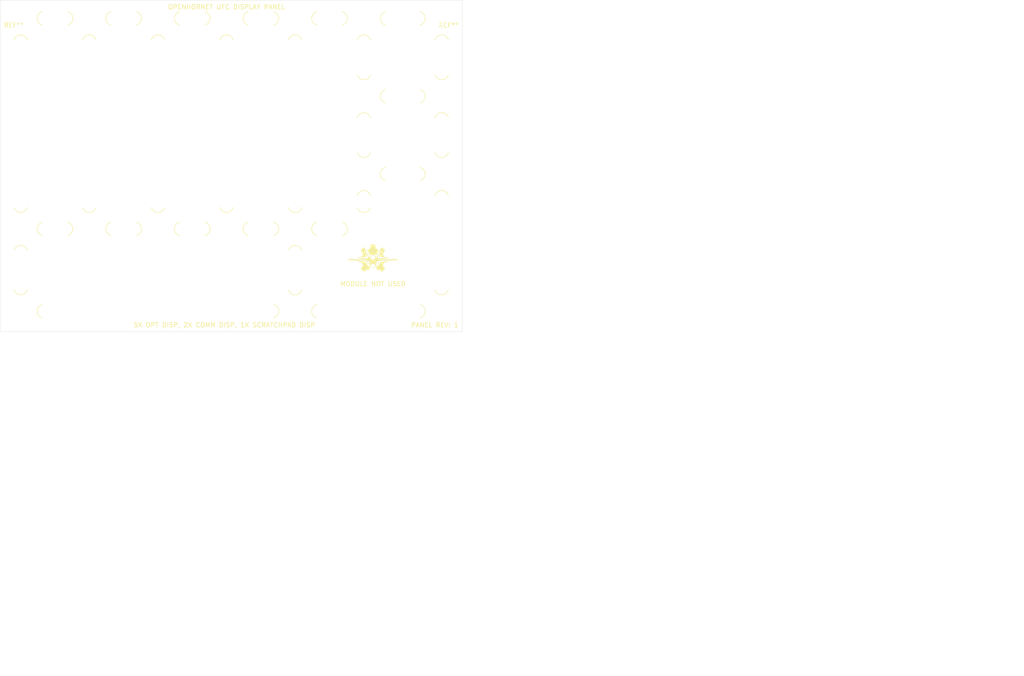
<source format=kicad_pcb>
(kicad_pcb (version 20171130) (host pcbnew "(5.1.4)-1")

  (general
    (thickness 1.6)
    (drawings 104)
    (tracks 0)
    (zones 0)
    (modules 23)
    (nets 1)
  )

  (page A4)
  (layers
    (0 F.Cu signal)
    (31 B.Cu signal)
    (32 B.Adhes user)
    (33 F.Adhes user)
    (34 B.Paste user)
    (35 F.Paste user)
    (36 B.SilkS user)
    (37 F.SilkS user)
    (38 B.Mask user)
    (39 F.Mask user)
    (40 Dwgs.User user)
    (41 Cmts.User user)
    (42 Eco1.User user)
    (43 Eco2.User user)
    (44 Edge.Cuts user)
    (45 Margin user)
    (46 B.CrtYd user)
    (47 F.CrtYd user)
    (48 B.Fab user)
    (49 F.Fab user)
  )

  (setup
    (last_trace_width 0.25)
    (user_trace_width 0.1524)
    (user_trace_width 0.2032)
    (user_trace_width 0.3048)
    (user_trace_width 0.4572)
    (user_trace_width 0.1524)
    (user_trace_width 0.2032)
    (user_trace_width 0.3048)
    (user_trace_width 0.4572)
    (user_trace_width 0.1524)
    (user_trace_width 0.2032)
    (user_trace_width 0.3048)
    (user_trace_width 0.4572)
    (user_trace_width 0.1524)
    (user_trace_width 0.2032)
    (user_trace_width 0.3048)
    (user_trace_width 0.4572)
    (user_trace_width 0.1524)
    (user_trace_width 0.2032)
    (user_trace_width 0.3048)
    (user_trace_width 0.4572)
    (user_trace_width 0.1524)
    (user_trace_width 0.2032)
    (user_trace_width 0.3048)
    (user_trace_width 0.4572)
    (user_trace_width 0.1524)
    (user_trace_width 0.2032)
    (user_trace_width 0.3048)
    (user_trace_width 0.4572)
    (user_trace_width 0.1524)
    (user_trace_width 0.2032)
    (user_trace_width 0.3048)
    (user_trace_width 0.4572)
    (user_trace_width 0.1524)
    (user_trace_width 0.2032)
    (user_trace_width 0.3048)
    (user_trace_width 0.4572)
    (user_trace_width 0.1524)
    (user_trace_width 0.2032)
    (user_trace_width 0.3048)
    (user_trace_width 0.4572)
    (user_trace_width 0.1524)
    (user_trace_width 0.2032)
    (user_trace_width 0.3048)
    (user_trace_width 0.4572)
    (user_trace_width 0.1524)
    (user_trace_width 0.2032)
    (user_trace_width 0.3048)
    (user_trace_width 0.4572)
    (user_trace_width 0.1524)
    (user_trace_width 0.2032)
    (user_trace_width 0.3048)
    (user_trace_width 0.4572)
    (user_trace_width 0.1524)
    (user_trace_width 0.2032)
    (user_trace_width 0.3048)
    (user_trace_width 0.4572)
    (user_trace_width 0.1524)
    (user_trace_width 0.2032)
    (user_trace_width 0.3048)
    (user_trace_width 0.4572)
    (user_trace_width 0.1524)
    (user_trace_width 0.2032)
    (user_trace_width 0.3048)
    (user_trace_width 0.4572)
    (user_trace_width 0.1524)
    (user_trace_width 0.2032)
    (user_trace_width 0.3048)
    (user_trace_width 0.4572)
    (user_trace_width 0.1524)
    (user_trace_width 0.2032)
    (user_trace_width 0.3048)
    (user_trace_width 0.4572)
    (user_trace_width 0.1524)
    (user_trace_width 0.2032)
    (user_trace_width 0.3048)
    (user_trace_width 0.4572)
    (user_trace_width 0.1524)
    (user_trace_width 0.2032)
    (user_trace_width 0.3048)
    (user_trace_width 0.4572)
    (user_trace_width 0.1524)
    (user_trace_width 0.2032)
    (user_trace_width 0.3048)
    (user_trace_width 0.4572)
    (user_trace_width 0.1524)
    (user_trace_width 0.2032)
    (user_trace_width 0.3048)
    (user_trace_width 0.4572)
    (trace_clearance 0.2)
    (zone_clearance 0.508)
    (zone_45_only no)
    (trace_min 0.127)
    (via_size 0.8)
    (via_drill 0.4)
    (via_min_size 0.45)
    (via_min_drill 0.2)
    (user_via 0.45 0.2)
    (user_via 0.45 0.2)
    (user_via 0.45 0.2)
    (user_via 0.45 0.2)
    (user_via 0.45 0.2)
    (user_via 0.45 0.2)
    (user_via 0.45 0.2)
    (user_via 0.45 0.2)
    (user_via 0.45 0.2)
    (user_via 0.45 0.2)
    (user_via 0.45 0.2)
    (user_via 0.45 0.2)
    (user_via 0.45 0.2)
    (user_via 0.45 0.2)
    (user_via 0.45 0.2)
    (user_via 0.45 0.2)
    (user_via 0.45 0.2)
    (user_via 0.45 0.2)
    (user_via 0.45 0.2)
    (user_via 0.45 0.2)
    (user_via 0.45 0.2)
    (user_via 0.45 0.2)
    (uvia_size 0.3)
    (uvia_drill 0.1)
    (uvias_allowed no)
    (uvia_min_size 0.2)
    (uvia_min_drill 0.1)
    (edge_width 0.05)
    (segment_width 0.2)
    (pcb_text_width 0.3)
    (pcb_text_size 1.5 1.5)
    (mod_edge_width 0.12)
    (mod_text_size 1 1)
    (mod_text_width 0.15)
    (pad_size 0.59 0.64)
    (pad_drill 0)
    (pad_to_mask_clearance 0.051)
    (solder_mask_min_width 0.25)
    (aux_axis_origin 52.6375 30.542)
    (grid_origin 52.6375 30.542)
    (visible_elements 7FFFF79F)
    (pcbplotparams
      (layerselection 0x310fc_ffffffff)
      (usegerberextensions false)
      (usegerberattributes false)
      (usegerberadvancedattributes false)
      (creategerberjobfile false)
      (excludeedgelayer true)
      (linewidth 0.100000)
      (plotframeref false)
      (viasonmask false)
      (mode 1)
      (useauxorigin false)
      (hpglpennumber 1)
      (hpglpenspeed 20)
      (hpglpendiameter 15.000000)
      (psnegative false)
      (psa4output false)
      (plotreference true)
      (plotvalue true)
      (plotinvisibletext false)
      (padsonsilk false)
      (subtractmaskfromsilk false)
      (outputformat 1)
      (mirror false)
      (drillshape 0)
      (scaleselection 1)
      (outputdirectory "gerbers"))
  )

  (net 0 "")

  (net_class Default "This is the default net class."
    (clearance 0.2)
    (trace_width 0.25)
    (via_dia 0.8)
    (via_drill 0.4)
    (uvia_dia 0.3)
    (uvia_drill 0.1)
  )

  (module KiCAD_Libraries:OH_LOGO_ONLY_11x6mm (layer F.Cu) (tedit 5FB80A6A) (tstamp 5FBF3B8E)
    (at 134.1375 87.042)
    (fp_text reference G*** (at 0 0) (layer F.SilkS) hide
      (effects (font (size 1.524 1.524) (thickness 0.3)))
    )
    (fp_text value OH_LOGO_ONLY_11x6mm (at 0.75 0) (layer F.SilkS) hide
      (effects (font (size 1.524 1.524) (thickness 0.3)))
    )
    (fp_poly (pts (xy -0.033369 -3.1018) (xy -0.012688 -3.1018) (xy 0.057145 -3.101792) (xy 0.119007 -3.101761)
      (xy 0.173394 -3.1017) (xy 0.220801 -3.101601) (xy 0.261724 -3.101455) (xy 0.296658 -3.101255)
      (xy 0.3261 -3.100993) (xy 0.350545 -3.10066) (xy 0.370489 -3.10025) (xy 0.386427 -3.099753)
      (xy 0.398855 -3.099162) (xy 0.408268 -3.098469) (xy 0.415163 -3.097666) (xy 0.420035 -3.096745)
      (xy 0.42338 -3.095698) (xy 0.425311 -3.094751) (xy 0.43529 -3.086623) (xy 0.441778 -3.077753)
      (xy 0.44317 -3.072277) (xy 0.44599 -3.059048) (xy 0.450129 -3.038635) (xy 0.455476 -3.011611)
      (xy 0.461921 -2.978546) (xy 0.469354 -2.940013) (xy 0.477666 -2.896583) (xy 0.486747 -2.848826)
      (xy 0.496486 -2.797315) (xy 0.506774 -2.742621) (xy 0.517501 -2.685316) (xy 0.524782 -2.646262)
      (xy 0.535756 -2.587508) (xy 0.546387 -2.530965) (xy 0.556566 -2.477208) (xy 0.566178 -2.42681)
      (xy 0.575113 -2.380344) (xy 0.583259 -2.338386) (xy 0.590504 -2.301509) (xy 0.596736 -2.270286)
      (xy 0.601844 -2.245292) (xy 0.605715 -2.227099) (xy 0.608238 -2.216283) (xy 0.609107 -2.213469)
      (xy 0.616808 -2.202026) (xy 0.62489 -2.193133) (xy 0.629901 -2.190475) (xy 0.642004 -2.184934)
      (xy 0.66045 -2.176821) (xy 0.684487 -2.166447) (xy 0.713367 -2.154123) (xy 0.746341 -2.14016)
      (xy 0.782658 -2.124868) (xy 0.82157 -2.108559) (xy 0.862326 -2.091544) (xy 0.904177 -2.074133)
      (xy 0.946373 -2.056638) (xy 0.988165 -2.03937) (xy 1.028804 -2.022638) (xy 1.067539 -2.006756)
      (xy 1.103621 -1.992032) (xy 1.136301 -1.978779) (xy 1.164828 -1.967307) (xy 1.188454 -1.957927)
      (xy 1.206429 -1.95095) (xy 1.218003 -1.946687) (xy 1.221866 -1.94549) (xy 1.222271 -1.944052)
      (xy 1.221392 -1.939954) (xy 1.219095 -1.932885) (xy 1.215243 -1.922531) (xy 1.2097 -1.908582)
      (xy 1.202332 -1.890724) (xy 1.193001 -1.868645) (xy 1.181572 -1.842032) (xy 1.167911 -1.810575)
      (xy 1.151879 -1.773959) (xy 1.133343 -1.731873) (xy 1.112166 -1.684005) (xy 1.088213 -1.630042)
      (xy 1.061347 -1.569672) (xy 1.031433 -1.502582) (xy 0.998336 -1.428461) (xy 0.961919 -1.346995)
      (xy 0.954384 -1.330151) (xy 0.923804 -1.261797) (xy 0.894133 -1.195505) (xy 0.865559 -1.131689)
      (xy 0.838267 -1.070766) (xy 0.812446 -1.013153) (xy 0.788281 -0.959264) (xy 0.76596 -0.909516)
      (xy 0.745669 -0.864325) (xy 0.727595 -0.824108) (xy 0.711925 -0.789279) (xy 0.698845 -0.760255)
      (xy 0.688543 -0.737453) (xy 0.681204 -0.721287) (xy 0.677017 -0.712175) (xy 0.676082 -0.710245)
      (xy 0.673452 -0.708209) (xy 0.668176 -0.707794) (xy 0.659057 -0.709225) (xy 0.644899 -0.712728)
      (xy 0.624505 -0.718528) (xy 0.611247 -0.722464) (xy 0.550404 -0.739903) (xy 0.485208 -0.757192)
      (xy 0.417782 -0.773837) (xy 0.350249 -0.789347) (xy 0.284734 -0.80323) (xy 0.223359 -0.814996)
      (xy 0.179734 -0.822384) (xy 0.154325 -0.825489) (xy 0.122159 -0.828029) (xy 0.084927 -0.829982)
      (xy 0.04432 -0.831329) (xy 0.002029 -0.832049) (xy -0.040253 -0.832121) (xy -0.080837 -0.831524)
      (xy -0.118029 -0.830238) (xy -0.15014 -0.828242) (xy -0.166909 -0.826621) (xy -0.215418 -0.820037)
      (xy -0.270219 -0.810871) (xy -0.329665 -0.799482) (xy -0.392109 -0.786232) (xy -0.455905 -0.771482)
      (xy -0.519405 -0.755593) (xy -0.580964 -0.738926) (xy -0.623709 -0.726481) (xy -0.646595 -0.719653)
      (xy -0.666629 -0.713785) (xy -0.682418 -0.709277) (xy -0.692572 -0.706525) (xy -0.695676 -0.705856)
      (xy -0.697674 -0.709682) (xy -0.70287 -0.720859) (xy -0.711081 -0.738974) (xy -0.722125 -0.763614)
      (xy -0.73582 -0.794367) (xy -0.751984 -0.830819) (xy -0.770436 -0.872559) (xy -0.790992 -0.919174)
      (xy -0.813472 -0.970251) (xy -0.837692 -1.025378) (xy -0.863472 -1.084142) (xy -0.890629 -1.14613)
      (xy -0.91898 -1.210929) (xy -0.948345 -1.278128) (xy -0.9675 -1.322008) (xy -0.997422 -1.390593)
      (xy -1.026423 -1.457099) (xy -1.054323 -1.521108) (xy -1.08094 -1.582204) (xy -1.106093 -1.63997)
      (xy -1.129601 -1.69399) (xy -1.151283 -1.743845) (xy -1.170958 -1.789121) (xy -1.188444 -1.8294)
      (xy -1.203561 -1.864265) (xy -1.216127 -1.893299) (xy -1.225962 -1.916087) (xy -1.232884 -1.932211)
      (xy -1.236712 -1.941254) (xy -1.237453 -1.943127) (xy -1.233807 -1.945678) (xy -1.222662 -1.951202)
      (xy -1.204386 -1.959541) (xy -1.179346 -1.970537) (xy -1.147912 -1.984033) (xy -1.110449 -1.999871)
      (xy -1.067328 -2.017893) (xy -1.018914 -2.037943) (xy -0.965576 -2.059861) (xy -0.953965 -2.064613)
      (xy -0.907089 -2.083828) (xy -0.86227 -2.102288) (xy -0.820162 -2.119719) (xy -0.78142 -2.135845)
      (xy -0.746697 -2.150391) (xy -0.716647 -2.163083) (xy -0.691924 -2.173645) (xy -0.673183 -2.181804)
      (xy -0.661076 -2.187284) (xy -0.656495 -2.189627) (xy -0.645657 -2.199534) (xy -0.636664 -2.211972)
      (xy -0.636158 -2.212932) (xy -0.634185 -2.219457) (xy -0.630795 -2.23392) (xy -0.626065 -2.255924)
      (xy -0.620072 -2.285073) (xy -0.612894 -2.320971) (xy -0.604609 -2.363221) (xy -0.595295 -2.411427)
      (xy -0.58503 -2.465194) (xy -0.57389 -2.524124) (xy -0.561954 -2.587822) (xy -0.550322 -2.650377)
      (xy -0.539406 -2.709136) (xy -0.52886 -2.765627) (xy -0.518791 -2.819282) (xy -0.509309 -2.869534)
      (xy -0.500522 -2.915817) (xy -0.492539 -2.957564) (xy -0.485469 -2.994206) (xy -0.479421 -3.025177)
      (xy -0.474502 -3.04991) (xy -0.470823 -3.067838) (xy -0.468492 -3.078394) (xy -0.46773 -3.081075)
      (xy -0.466001 -3.084387) (xy -0.464239 -3.087326) (xy -0.461957 -3.089915) (xy -0.458666 -3.092175)
      (xy -0.453879 -3.094129) (xy -0.447107 -3.0958) (xy -0.437863 -3.097209) (xy -0.425657 -3.098379)
      (xy -0.410003 -3.099331) (xy -0.390411 -3.100089) (xy -0.366394 -3.100673) (xy -0.337464 -3.101108)
      (xy -0.303133 -3.101414) (xy -0.262911 -3.101615) (xy -0.216313 -3.101731) (xy -0.162848 -3.101786)
      (xy -0.10203 -3.101801) (xy -0.033369 -3.1018)) (layer F.SilkS) (width 0.01))
    (fp_poly (pts (xy 2.007987 -2.439364) (xy 2.012464 -2.436053) (xy 2.022402 -2.427217) (xy 2.037305 -2.413346)
      (xy 2.056679 -2.394933) (xy 2.080029 -2.37247) (xy 2.10686 -2.346449) (xy 2.136677 -2.317361)
      (xy 2.168984 -2.285698) (xy 2.203288 -2.251953) (xy 2.239092 -2.216618) (xy 2.275903 -2.180184)
      (xy 2.313225 -2.143143) (xy 2.350563 -2.105987) (xy 2.387423 -2.069209) (xy 2.423309 -2.033299)
      (xy 2.457726 -1.998751) (xy 2.49018 -1.966055) (xy 2.520175 -1.935705) (xy 2.547217 -1.908191)
      (xy 2.570811 -1.884006) (xy 2.590461 -1.863641) (xy 2.605674 -1.84759) (xy 2.615953 -1.836343)
      (xy 2.620804 -1.830392) (xy 2.620982 -1.830087) (xy 2.625521 -1.814088) (xy 2.625252 -1.803964)
      (xy 2.622373 -1.797783) (xy 2.614647 -1.78474) (xy 2.602112 -1.764889) (xy 2.584802 -1.738285)
      (xy 2.562755 -1.704983) (xy 2.536007 -1.665037) (xy 2.504594 -1.618503) (xy 2.468553 -1.565434)
      (xy 2.42792 -1.505885) (xy 2.383003 -1.440309) (xy 2.343683 -1.382897) (xy 2.307181 -1.329402)
      (xy 2.273706 -1.280134) (xy 2.243463 -1.235404) (xy 2.216661 -1.195521) (xy 2.193506 -1.160797)
      (xy 2.174206 -1.131541) (xy 2.158967 -1.108064) (xy 2.147997 -1.090676) (xy 2.141504 -1.079688)
      (xy 2.139689 -1.075805) (xy 2.137982 -1.062972) (xy 2.138395 -1.05207) (xy 2.138471 -1.051707)
      (xy 2.14067 -1.045414) (xy 2.145913 -1.032162) (xy 2.153886 -1.012687) (xy 2.16427 -0.987726)
      (xy 2.17675 -0.958014) (xy 2.191009 -0.924286) (xy 2.20673 -0.887279) (xy 2.223596 -0.847729)
      (xy 2.241291 -0.80637) (xy 2.259499 -0.763939) (xy 2.277902 -0.721172) (xy 2.296184 -0.678804)
      (xy 2.314028 -0.637571) (xy 2.331118 -0.598209) (xy 2.347138 -0.561454) (xy 2.361769 -0.528042)
      (xy 2.374697 -0.498707) (xy 2.385604 -0.474187) (xy 2.394173 -0.455216) (xy 2.400088 -0.442531)
      (xy 2.403033 -0.436867) (xy 2.403099 -0.436779) (xy 2.413071 -0.426945) (xy 2.422806 -0.420291)
      (xy 2.428498 -0.418704) (xy 2.441936 -0.415697) (xy 2.46254 -0.411385) (xy 2.489729 -0.405881)
      (xy 2.522922 -0.399297) (xy 2.561539 -0.391747) (xy 2.604999 -0.383344) (xy 2.652722 -0.374201)
      (xy 2.704127 -0.364432) (xy 2.758633 -0.354149) (xy 2.81566 -0.343465) (xy 2.846824 -0.337658)
      (xy 2.914542 -0.325058) (xy 2.974434 -0.3139) (xy 3.026997 -0.304079) (xy 3.072729 -0.295491)
      (xy 3.112127 -0.288031) (xy 3.145689 -0.281594) (xy 3.173914 -0.276076) (xy 3.197297 -0.271372)
      (xy 3.216338 -0.267378) (xy 3.231534 -0.263989) (xy 3.243382 -0.261101) (xy 3.252381 -0.25861)
      (xy 3.259027 -0.256409) (xy 3.263819 -0.254396) (xy 3.267254 -0.252465) (xy 3.269831 -0.250512)
      (xy 3.272045 -0.248432) (xy 3.272184 -0.248295) (xy 3.284884 -0.235693) (xy 3.287546 -0.087667)
      (xy 3.277748 -0.088099) (xy 3.271963 -0.089165) (xy 3.258705 -0.092086) (xy 3.238721 -0.096685)
      (xy 3.212758 -0.102783) (xy 3.181562 -0.110203) (xy 3.145881 -0.118768) (xy 3.10646 -0.1283)
      (xy 3.064046 -0.138622) (xy 3.0203 -0.14933) (xy 2.926381 -0.172258) (xy 2.840262 -0.193008)
      (xy 2.761586 -0.211661) (xy 2.689993 -0.228298) (xy 2.625126 -0.243003) (xy 2.566626 -0.255857)
      (xy 2.514134 -0.266942) (xy 2.467292 -0.276339) (xy 2.4488 -0.279881) (xy 2.434049 -0.282573)
      (xy 2.411597 -0.286545) (xy 2.382095 -0.291688) (xy 2.346193 -0.297891) (xy 2.304543 -0.305041)
      (xy 2.257794 -0.313029) (xy 2.206598 -0.321743) (xy 2.151605 -0.331073) (xy 2.093465 -0.340908)
      (xy 2.03283 -0.351136) (xy 1.97035 -0.361646) (xy 1.906676 -0.372329) (xy 1.900583 -0.373349)
      (xy 1.838062 -0.383859) (xy 1.777506 -0.394111) (xy 1.719483 -0.404007) (xy 1.664562 -0.413445)
      (xy 1.613309 -0.422327) (xy 1.566294 -0.430551) (xy 1.524084 -0.438018) (xy 1.487247 -0.444628)
      (xy 1.456351 -0.450281) (xy 1.431965 -0.454877) (xy 1.414657 -0.458315) (xy 1.404994 -0.460497)
      (xy 1.403854 -0.460829) (xy 1.389534 -0.465834) (xy 1.381803 -0.469757) (xy 1.379088 -0.473761)
      (xy 1.379709 -0.478661) (xy 1.381627 -0.485411) (xy 1.383901 -0.493977) (xy 1.3866 -0.50468)
      (xy 1.389796 -0.517844) (xy 1.39356 -0.533791) (xy 1.397963 -0.552843) (xy 1.403075 -0.575325)
      (xy 1.408968 -0.601557) (xy 1.415712 -0.631864) (xy 1.423378 -0.666568) (xy 1.432037 -0.70599)
      (xy 1.44176 -0.750455) (xy 1.452618 -0.800285) (xy 1.464682 -0.855803) (xy 1.478023 -0.917331)
      (xy 1.492711 -0.985191) (xy 1.508817 -1.059708) (xy 1.526412 -1.141203) (xy 1.545568 -1.229999)
      (xy 1.566354 -1.326419) (xy 1.588843 -1.430786) (xy 1.589513 -1.433898) (xy 1.776933 -2.303879)
      (xy 1.875344 -2.371581) (xy 1.901385 -2.38927) (xy 1.925662 -2.40533) (xy 1.947163 -2.419128)
      (xy 1.964879 -2.430029) (xy 1.977802 -2.437398) (xy 1.984919 -2.440602) (xy 1.985306 -2.440673)
      (xy 1.998722 -2.440724) (xy 2.007987 -2.439364)) (layer F.SilkS) (width 0.01))
    (fp_poly (pts (xy -2.021531 -2.441257) (xy -2.015523 -2.440908) (xy -2.009322 -2.439604) (xy -2.002026 -2.436823)
      (xy -1.992733 -2.432038) (xy -1.980541 -2.424727) (xy -1.964547 -2.414364) (xy -1.943849 -2.400425)
      (xy -1.917545 -2.382386) (xy -1.903168 -2.372465) (xy -1.803785 -2.303817) (xy -1.612577 -1.41711)
      (xy -1.594152 -1.331709) (xy -1.576146 -1.248331) (xy -1.558644 -1.167366) (xy -1.541731 -1.089207)
      (xy -1.525493 -1.014246) (xy -1.510015 -0.942875) (xy -1.495383 -0.875487) (xy -1.481681 -0.812472)
      (xy -1.468995 -0.754223) (xy -1.457411 -0.701133) (xy -1.447014 -0.653592) (xy -1.437889 -0.611994)
      (xy -1.430122 -0.576729) (xy -1.423798 -0.548191) (xy -1.419002 -0.526771) (xy -1.41582 -0.512861)
      (xy -1.414365 -0.506944) (xy -1.410109 -0.492805) (xy -1.406568 -0.481249) (xy -1.405051 -0.476447)
      (xy -1.405435 -0.47216) (xy -1.410578 -0.468145) (xy -1.421837 -0.463582) (xy -1.431712 -0.46036)
      (xy -1.439656 -0.45848) (xy -1.45539 -0.455317) (xy -1.478349 -0.450972) (xy -1.507969 -0.445543)
      (xy -1.543685 -0.439129) (xy -1.584935 -0.43183) (xy -1.631154 -0.423744) (xy -1.681777 -0.414969)
      (xy -1.736242 -0.405607) (xy -1.793982 -0.395754) (xy -1.854436 -0.385511) (xy -1.917038 -0.374975)
      (xy -1.941167 -0.370934) (xy -2.02577 -0.356778) (xy -2.102704 -0.343884) (xy -2.17265 -0.332115)
      (xy -2.23629 -0.321335) (xy -2.294305 -0.311409) (xy -2.347376 -0.302201) (xy -2.396184 -0.293574)
      (xy -2.441412 -0.285393) (xy -2.48374 -0.277522) (xy -2.523849 -0.269825) (xy -2.562422 -0.262166)
      (xy -2.600139 -0.254409) (xy -2.637682 -0.246418) (xy -2.675731 -0.238057) (xy -2.71497 -0.22919)
      (xy -2.756078 -0.219682) (xy -2.799737 -0.209396) (xy -2.846629 -0.198196) (xy -2.897435 -0.185947)
      (xy -2.952836 -0.172512) (xy -3.013514 -0.157756) (xy -3.030925 -0.153519) (xy -3.077459 -0.142215)
      (xy -3.12163 -0.131525) (xy -3.162742 -0.121614) (xy -3.200096 -0.112649) (xy -3.232995 -0.104796)
      (xy -3.260741 -0.098221) (xy -3.282638 -0.093091) (xy -3.297987 -0.089571) (xy -3.30609 -0.087829)
      (xy -3.30715 -0.087667) (xy -3.309309 -0.089364) (xy -3.310868 -0.095126) (xy -3.311906 -0.105964)
      (xy -3.312507 -0.122888) (xy -3.31275 -0.146907) (xy -3.312766 -0.157318) (xy -3.31255 -0.186888)
      (xy -3.311729 -0.209254) (xy -3.310053 -0.225674) (xy -3.307265 -0.237403) (xy -3.303114 -0.245698)
      (xy -3.297345 -0.251815) (xy -3.293059 -0.254925) (xy -3.287351 -0.25672) (xy -3.273741 -0.259932)
      (xy -3.252663 -0.264477) (xy -3.224549 -0.27027) (xy -3.189829 -0.277226) (xy -3.148936 -0.285259)
      (xy -3.102302 -0.294285) (xy -3.050359 -0.30422) (xy -2.993538 -0.314978) (xy -2.932271 -0.326474)
      (xy -2.871437 -0.337799) (xy -2.803301 -0.350449) (xy -2.742995 -0.361674) (xy -2.690019 -0.371577)
      (xy -2.643877 -0.380261) (xy -2.604069 -0.387827) (xy -2.570098 -0.394377) (xy -2.541464 -0.400015)
      (xy -2.517669 -0.404841) (xy -2.498216 -0.408959) (xy -2.482605 -0.41247) (xy -2.470338 -0.415477)
      (xy -2.460918 -0.418081) (xy -2.453845 -0.420385) (xy -2.448621 -0.422492) (xy -2.444748 -0.424503)
      (xy -2.44292 -0.425669) (xy -2.439736 -0.427988) (xy -2.436638 -0.430775) (xy -2.433377 -0.434557)
      (xy -2.429707 -0.439866) (xy -2.42538 -0.447229) (xy -2.420149 -0.457175) (xy -2.413766 -0.470235)
      (xy -2.405984 -0.486936) (xy -2.396556 -0.507809) (xy -2.385234 -0.533382) (xy -2.371771 -0.564184)
      (xy -2.35592 -0.600744) (xy -2.337432 -0.643593) (xy -2.316062 -0.693258) (xy -2.296089 -0.739729)
      (xy -2.271337 -0.797361) (xy -2.249747 -0.847753) (xy -2.231128 -0.891441) (xy -2.21529 -0.928961)
      (xy -2.202042 -0.960847) (xy -2.191195 -0.987637) (xy -2.182559 -1.009864) (xy -2.175943 -1.028065)
      (xy -2.171157 -1.042775) (xy -2.168012 -1.05453) (xy -2.166316 -1.063866) (xy -2.165881 -1.071317)
      (xy -2.166515 -1.07742) (xy -2.168029 -1.082709) (xy -2.170232 -1.087721) (xy -2.171596 -1.090412)
      (xy -2.174814 -1.095509) (xy -2.182493 -1.107087) (xy -2.194298 -1.124651) (xy -2.209891 -1.147708)
      (xy -2.228935 -1.175762) (xy -2.251094 -1.208318) (xy -2.276031 -1.244884) (xy -2.303409 -1.284963)
      (xy -2.332892 -1.328061) (xy -2.364142 -1.373684) (xy -2.396823 -1.421338) (xy -2.411436 -1.442626)
      (xy -2.444601 -1.490978) (xy -2.476448 -1.5375) (xy -2.506642 -1.5817) (xy -2.534851 -1.623085)
      (xy -2.56074 -1.661162) (xy -2.583976 -1.69544) (xy -2.604225 -1.725425) (xy -2.621154 -1.750625)
      (xy -2.634429 -1.770547) (xy -2.643716 -1.784698) (xy -2.648682 -1.792587) (xy -2.649413 -1.79395)
      (xy -2.651151 -1.798389) (xy -2.652496 -1.802527) (xy -2.653125 -1.80673) (xy -2.652712 -1.811363)
      (xy -2.650933 -1.816793) (xy -2.647464 -1.823383) (xy -2.64198 -1.831501) (xy -2.634157 -1.841512)
      (xy -2.62367 -1.853781) (xy -2.610195 -1.868673) (xy -2.593408 -1.886555) (xy -2.572983 -1.907792)
      (xy -2.548597 -1.932749) (xy -2.519925 -1.961792) (xy -2.486643 -1.995287) (xy -2.448426 -2.033599)
      (xy -2.404949 -2.077094) (xy -2.355889 -2.126137) (xy -2.344322 -2.1377) (xy -2.040512 -2.4414)
      (xy -2.021531 -2.441257)) (layer F.SilkS) (width 0.01))
    (fp_poly (pts (xy -1.623001 -2.279058) (xy -1.616662 -2.275886) (xy -1.612835 -2.268706) (xy -1.612626 -2.268129)
      (xy -1.610139 -2.261156) (xy -1.604976 -2.246668) (xy -1.597302 -2.225127) (xy -1.587281 -2.196993)
      (xy -1.575078 -2.162729) (xy -1.560857 -2.122796) (xy -1.544781 -2.077654) (xy -1.527016 -2.027766)
      (xy -1.507725 -1.973593) (xy -1.487073 -1.915596) (xy -1.465224 -1.854236) (xy -1.442342 -1.789975)
      (xy -1.418592 -1.723275) (xy -1.394138 -1.654596) (xy -1.369144 -1.5844) (xy -1.343774 -1.513149)
      (xy -1.318193 -1.441304) (xy -1.292566 -1.369326) (xy -1.267055 -1.297676) (xy -1.241826 -1.226816)
      (xy -1.217043 -1.157208) (xy -1.19287 -1.089312) (xy -1.169471 -1.02359) (xy -1.147011 -0.960504)
      (xy -1.125655 -0.900515) (xy -1.105565 -0.844084) (xy -1.086906 -0.791672) (xy -1.069844 -0.743742)
      (xy -1.054542 -0.700753) (xy -1.041163 -0.663169) (xy -1.029874 -0.63145) (xy -1.027414 -0.624537)
      (xy -1.009582 -0.574451) (xy -0.992572 -0.526706) (xy -0.976596 -0.481899) (xy -0.961866 -0.440625)
      (xy -0.948597 -0.403478) (xy -0.937 -0.371056) (xy -0.927289 -0.343952) (xy -0.919677 -0.322763)
      (xy -0.914376 -0.308083) (xy -0.911599 -0.300509) (xy -0.911227 -0.299573) (xy -0.90715 -0.300306)
      (xy -0.898226 -0.303524) (xy -0.895666 -0.304571) (xy -0.878183 -0.310156) (xy -0.853615 -0.315532)
      (xy -0.823344 -0.320526) (xy -0.788752 -0.324967) (xy -0.75122 -0.328683) (xy -0.712131 -0.331501)
      (xy -0.672865 -0.33325) (xy -0.663382 -0.333496) (xy -0.618853 -0.334474) (xy -0.598428 -0.368909)
      (xy -0.573796 -0.407225) (xy -0.545233 -0.446258) (xy -0.514209 -0.484292) (xy -0.482198 -0.519607)
      (xy -0.450671 -0.550486) (xy -0.422661 -0.574033) (xy -0.393486 -0.593583) (xy -0.357512 -0.613411)
      (xy -0.316354 -0.632852) (xy -0.271627 -0.651239) (xy -0.224946 -0.667907) (xy -0.177925 -0.682189)
      (xy -0.134293 -0.692967) (xy -0.10058 -0.698445) (xy -0.061201 -0.701906) (xy -0.018714 -0.703349)
      (xy 0.024323 -0.702775) (xy 0.065353 -0.700182) (xy 0.101819 -0.695572) (xy 0.115473 -0.692967)
      (xy 0.16758 -0.679931) (xy 0.219625 -0.663568) (xy 0.270073 -0.644532) (xy 0.317387 -0.623478)
      (xy 0.360031 -0.60106) (xy 0.39647 -0.577932) (xy 0.411011 -0.567007) (xy 0.441657 -0.540027)
      (xy 0.473848 -0.507348) (xy 0.505824 -0.471064) (xy 0.535823 -0.433271) (xy 0.562085 -0.396064)
      (xy 0.581304 -0.364386) (xy 0.597695 -0.33452) (xy 0.645509 -0.333479) (xy 0.700787 -0.331055)
      (xy 0.754764 -0.326351) (xy 0.805613 -0.319603) (xy 0.851504 -0.311048) (xy 0.885563 -0.302438)
      (xy 0.886283 -0.302572) (xy 0.887245 -0.303507) (xy 0.88854 -0.305488) (xy 0.890256 -0.308764)
      (xy 0.892483 -0.313579) (xy 0.895309 -0.320182) (xy 0.898824 -0.328819) (xy 0.903117 -0.339737)
      (xy 0.908277 -0.353182) (xy 0.914393 -0.3694) (xy 0.921554 -0.38864) (xy 0.92985 -0.411147)
      (xy 0.939369 -0.437168) (xy 0.950201 -0.466949) (xy 0.962435 -0.500739) (xy 0.97616 -0.538782)
      (xy 0.991465 -0.581326) (xy 1.00844 -0.628618) (xy 1.027172 -0.680904) (xy 1.047753 -0.738431)
      (xy 1.07027 -0.801446) (xy 1.094812 -0.870195) (xy 1.12147 -0.944925) (xy 1.150332 -1.025883)
      (xy 1.181487 -1.113315) (xy 1.215024 -1.207469) (xy 1.251033 -1.30859) (xy 1.289603 -1.416926)
      (xy 1.330822 -1.532723) (xy 1.37478 -1.656228) (xy 1.378989 -1.668054) (xy 1.595949 -2.277654)
      (xy 1.614618 -2.278904) (xy 1.627709 -2.2788) (xy 1.636831 -2.275224) (xy 1.645319 -2.267597)
      (xy 1.65735 -2.255039) (xy 1.347259 -1.208294) (xy 1.037168 -0.161548) (xy 1.048233 -0.152725)
      (xy 1.055082 -0.148313) (xy 1.068267 -0.140741) (xy 1.086571 -0.130675) (xy 1.108775 -0.118777)
      (xy 1.133663 -0.105712) (xy 1.148712 -0.097931) (xy 1.238128 -0.051959) (xy 1.541459 -0.069561)
      (xy 1.631447 -0.074776) (xy 1.713436 -0.079508) (xy 1.787877 -0.083779) (xy 1.855224 -0.087609)
      (xy 1.915929 -0.09102) (xy 1.970444 -0.094032) (xy 2.019221 -0.096665) (xy 2.062713 -0.098941)
      (xy 2.101373 -0.100881) (xy 2.135651 -0.102505) (xy 2.166002 -0.103835) (xy 2.192877 -0.10489)
      (xy 2.216728 -0.105693) (xy 2.238008 -0.106263) (xy 2.25717 -0.106622) (xy 2.274665 -0.10679)
      (xy 2.290946 -0.106789) (xy 2.306466 -0.106639) (xy 2.321676 -0.106361) (xy 2.33374 -0.106065)
      (xy 2.393041 -0.104114) (xy 2.445346 -0.101629) (xy 2.490343 -0.098633) (xy 2.527716 -0.095149)
      (xy 2.557153 -0.091201) (xy 2.572026 -0.088364) (xy 2.596809 -0.079946) (xy 2.616118 -0.066416)
      (xy 2.631506 -0.046494) (xy 2.638228 -0.033705) (xy 2.642305 -0.025314) (xy 2.645359 -0.018461)
      (xy 2.646676 -0.012849) (xy 2.645546 -0.00818) (xy 2.641258 -0.004157) (xy 2.633099 -0.000482)
      (xy 2.620358 0.003142) (xy 2.602323 0.007013) (xy 2.578284 0.011429) (xy 2.547528 0.016686)
      (xy 2.509345 0.023083) (xy 2.497781 0.025025) (xy 2.453232 0.032555) (xy 2.416523 0.03884)
      (xy 2.387134 0.043983) (xy 2.364546 0.048084) (xy 2.34824 0.051244) (xy 2.337697 0.053564)
      (xy 2.332396 0.055145) (xy 2.33182 0.056088) (xy 2.335447 0.056494) (xy 2.335856 0.056506)
      (xy 2.340985 0.056657) (xy 2.354109 0.057056) (xy 2.374763 0.057688) (xy 2.402479 0.058538)
      (xy 2.436792 0.059591) (xy 2.477234 0.060835) (xy 2.52334 0.062254) (xy 2.574642 0.063833)
      (xy 2.630674 0.06556) (xy 2.690969 0.067418) (xy 2.755062 0.069394) (xy 2.822484 0.071474)
      (xy 2.892769 0.073642) (xy 2.965452 0.075885) (xy 2.990137 0.076648) (xy 3.635951 0.096586)
      (xy 4.226271 0.074593) (xy 4.297254 0.071944) (xy 4.36653 0.069348) (xy 4.433562 0.066827)
      (xy 4.497814 0.064402) (xy 4.55875 0.062092) (xy 4.615833 0.059919) (xy 4.668527 0.057902)
      (xy 4.716296 0.056063) (xy 4.758603 0.054422) (xy 4.794913 0.053) (xy 4.824688 0.051816)
      (xy 4.847393 0.050892) (xy 4.862491 0.050249) (xy 4.867631 0.050008) (xy 4.918672 0.047416)
      (xy 4.916891 0.035282) (xy 4.917626 0.019579) (xy 4.924566 0.008846) (xy 4.936851 0.003388)
      (xy 4.953618 0.003509) (xy 4.974009 0.009515) (xy 4.980894 0.012601) (xy 4.987271 0.016497)
      (xy 4.999783 0.024878) (xy 5.017722 0.037237) (xy 5.040385 0.053068) (xy 5.067064 0.071865)
      (xy 5.097055 0.093122) (xy 5.129652 0.116333) (xy 5.16415 0.140993) (xy 5.199842 0.166593)
      (xy 5.236023 0.192629) (xy 5.271988 0.218595) (xy 5.307031 0.243984) (xy 5.340446 0.26829)
      (xy 5.371528 0.291008) (xy 5.399571 0.31163) (xy 5.42387 0.329651) (xy 5.443719 0.344565)
      (xy 5.444274 0.344985) (xy 5.465537 0.364089) (xy 5.479792 0.384382) (xy 5.487666 0.404768)
      (xy 5.49 0.42) (xy 5.486829 0.430265) (xy 5.477558 0.435982) (xy 5.461593 0.437573)
      (xy 5.443334 0.436122) (xy 5.435861 0.434891) (xy 5.428393 0.432764) (xy 5.419951 0.429165)
      (xy 5.409555 0.423519) (xy 5.396225 0.41525) (xy 5.378982 0.403784) (xy 5.356846 0.388543)
      (xy 5.328837 0.368954) (xy 5.328053 0.368403) (xy 5.23569 0.303548) (xy 5.151023 0.311479)
      (xy 5.117432 0.314611) (xy 5.077749 0.318287) (xy 5.032674 0.322443) (xy 4.982906 0.327016)
      (xy 4.929145 0.331942) (xy 4.872089 0.337159) (xy 4.812438 0.342602) (xy 4.75089 0.348208)
      (xy 4.688145 0.353915) (xy 4.624901 0.359658) (xy 4.561859 0.365374) (xy 4.499717 0.371001)
      (xy 4.439174 0.376474) (xy 4.38093 0.38173) (xy 4.325683 0.386706) (xy 4.274132 0.391338)
      (xy 4.226978 0.395564) (xy 4.184918 0.399319) (xy 4.148652 0.402541) (xy 4.118879 0.405166)
      (xy 4.096299 0.407131) (xy 4.084223 0.408156) (xy 4.064431 0.409712) (xy 4.04404 0.411109)
      (xy 4.022384 0.412366) (xy 3.998796 0.413501) (xy 3.97261 0.414531) (xy 3.943161 0.415475)
      (xy 3.909782 0.41635) (xy 3.871807 0.417173) (xy 3.82857 0.417963) (xy 3.779405 0.418737)
      (xy 3.723646 0.419514) (xy 3.660626 0.42031) (xy 3.60374 0.420982) (xy 3.554584 0.421552)
      (xy 3.507333 0.422105) (xy 3.461498 0.422647) (xy 3.41659 0.423185) (xy 3.372118 0.423727)
      (xy 3.327592 0.424278) (xy 3.282523 0.424845) (xy 3.236421 0.425434) (xy 3.188796 0.426053)
      (xy 3.139158 0.426707) (xy 3.087018 0.427404) (xy 3.031886 0.42815) (xy 2.973273 0.428952)
      (xy 2.910687 0.429816) (xy 2.84364 0.430748) (xy 2.771642 0.431756) (xy 2.694203 0.432846)
      (xy 2.610834 0.434025) (xy 2.521043 0.435299) (xy 2.424343 0.436674) (xy 2.320242 0.438158)
      (xy 2.208252 0.439757) (xy 2.18769 0.440051) (xy 2.094794 0.441379) (xy 2.009983 0.442595)
      (xy 1.932872 0.443709) (xy 1.863081 0.444731) (xy 1.800227 0.44567) (xy 1.743928 0.446535)
      (xy 1.693801 0.447337) (xy 1.649464 0.448084) (xy 1.610536 0.448787) (xy 1.576634 0.449455)
      (xy 1.547376 0.450097) (xy 1.522379 0.450724) (xy 1.501262 0.451345) (xy 1.483642 0.451969)
      (xy 1.469136 0.452606) (xy 1.457364 0.453265) (xy 1.447942 0.453957) (xy 1.440489 0.45469)
      (xy 1.434622 0.455475) (xy 1.429959 0.456321) (xy 1.426118 0.457237) (xy 1.422716 0.458233)
      (xy 1.419372 0.459319) (xy 1.41934 0.45933) (xy 1.396497 0.46512) (xy 1.367038 0.469888)
      (xy 1.332772 0.473437) (xy 1.29551 0.475572) (xy 1.264537 0.476129) (xy 1.243499 0.476227)
      (xy 1.229607 0.476661) (xy 1.221544 0.47764) (xy 1.217991 0.479376) (xy 1.217629 0.482079)
      (xy 1.218105 0.483538) (xy 1.226562 0.506823) (xy 1.23546 0.5338) (xy 1.244078 0.562035)
      (xy 1.251696 0.589098) (xy 1.257594 0.612555) (xy 1.260518 0.62668) (xy 1.263297 0.64735)
      (xy 1.265471 0.672522) (xy 1.266738 0.698239) (xy 1.26694 0.711262) (xy 1.266081 0.744186)
      (xy 1.26323 0.774846) (xy 1.257976 0.804369) (xy 1.249909 0.833885) (xy 1.238617 0.864523)
      (xy 1.22369 0.897414) (xy 1.204716 0.933686) (xy 1.181286 0.974468) (xy 1.156145 1.015805)
      (xy 1.142931 1.03435) (xy 1.124563 1.056324) (xy 1.102669 1.080087) (xy 1.078878 1.104)
      (xy 1.054818 1.126426) (xy 1.032119 1.145725) (xy 1.01294 1.159908) (xy 0.957395 1.192656)
      (xy 0.900279 1.218616) (xy 0.842411 1.237615) (xy 0.784614 1.24948) (xy 0.727708 1.254034)
      (xy 0.672515 1.251105) (xy 0.62559 1.242087) (xy 0.609074 1.23784) (xy 0.59526 1.234498)
      (xy 0.586552 1.232637) (xy 0.585373 1.232461) (xy 0.582546 1.233582) (xy 0.580416 1.238468)
      (xy 0.578756 1.248357) (xy 0.577342 1.264489) (xy 0.576243 1.28258) (xy 0.574262 1.321191)
      (xy 0.57297 1.352936) (xy 0.572352 1.379387) (xy 0.572392 1.402115) (xy 0.573074 1.422691)
      (xy 0.574384 1.442686) (xy 0.574654 1.445966) (xy 0.575248 1.485243) (xy 0.571146 1.530182)
      (xy 0.56262 1.579592) (xy 0.549944 1.632281) (xy 0.533393 1.687057) (xy 0.513239 1.742728)
      (xy 0.498188 1.77917) (xy 0.473761 1.83051) (xy 0.446814 1.876945) (xy 0.415881 1.920609)
      (xy 0.379497 1.963634) (xy 0.350465 1.994046) (xy 0.294896 2.045112) (xy 0.238067 2.087836)
      (xy 0.179916 2.122258) (xy 0.120379 2.148416) (xy 0.087957 2.159025) (xy 0.058574 2.165638)
      (xy 0.025112 2.170124) (xy -0.009347 2.172278) (xy -0.04172 2.171899) (xy -0.06656 2.169216)
      (xy -0.113731 2.157617) (xy -0.16323 2.139185) (xy -0.213504 2.114613) (xy -0.262997 2.084595)
      (xy -0.27504 2.076339) (xy -0.299287 2.057732) (xy -0.326795 2.034003) (xy -0.355827 2.006864)
      (xy -0.384645 1.978026) (xy -0.411511 1.9492) (xy -0.434688 1.922099) (xy -0.444813 1.909113)
      (xy -0.469587 1.8721) (xy -0.493976 1.828245) (xy -0.517194 1.779164) (xy -0.538455 1.726471)
      (xy -0.550838 1.691096) (xy -0.563824 1.650516) (xy -0.574098 1.615203) (xy -0.581909 1.583329)
      (xy -0.587505 1.553063) (xy -0.588207 1.547163) (xy -0.47486 1.547163) (xy -0.473867 1.58145)
      (xy -0.470397 1.614981) (xy -0.464078 1.64971) (xy -0.45454 1.687591) (xy -0.441414 1.73058)
      (xy -0.438387 1.73978) (xy -0.414147 1.803718) (xy -0.386276 1.860424) (xy -0.354503 1.910439)
      (xy -0.348722 1.918277) (xy -0.309862 1.965087) (xy -0.267705 2.007139) (xy -0.223147 2.043813)
      (xy -0.177083 2.074491) (xy -0.13041 2.098555) (xy -0.084024 2.115388) (xy -0.052855 2.122429)
      (xy -0.029355 2.12558) (xy -0.008487 2.126304) (xy 0.014025 2.124623) (xy 0.027682 2.122822)
      (xy 0.073504 2.112252) (xy 0.119986 2.094106) (xy 0.166221 2.06913) (xy 0.211302 2.038068)
      (xy 0.254323 2.001667) (xy 0.294376 1.96067) (xy 0.330554 1.915824) (xy 0.361952 1.867872)
      (xy 0.380572 1.832913) (xy 0.405349 1.77652) (xy 0.425348 1.720201) (xy 0.440392 1.664945)
      (xy 0.450298 1.611741) (xy 0.454886 1.561579) (xy 0.453977 1.515447) (xy 0.44739 1.474335)
      (xy 0.446525 1.470963) (xy 0.434426 1.433876) (xy 0.41784 1.395527) (xy 0.397734 1.357422)
      (xy 0.375075 1.321072) (xy 0.350828 1.287983) (xy 0.325961 1.259666) (xy 0.301441 1.237628)
      (xy 0.293282 1.231785) (xy 0.251464 1.208032) (xy 0.203458 1.187782) (xy 0.150959 1.171443)
      (xy 0.095659 1.159422) (xy 0.039252 1.152128) (xy -0.016569 1.149968) (xy -0.042732 1.150878)
      (xy -0.094394 1.156149) (xy -0.145462 1.165408) (xy -0.194559 1.1782) (xy -0.240308 1.19407)
      (xy -0.281333 1.212566) (xy -0.316257 1.233232) (xy -0.334512 1.247165) (xy -0.35739 1.270012)
      (xy -0.380852 1.299389) (xy -0.403799 1.333527) (xy -0.425131 1.370657) (xy -0.44375 1.409012)
      (xy -0.458474 1.446583) (xy -0.465364 1.467378) (xy -0.469973 1.483504) (xy -0.472765 1.497813)
      (xy -0.474206 1.513154) (xy -0.47476 1.532378) (xy -0.47486 1.547163) (xy -0.588207 1.547163)
      (xy -0.591134 1.522579) (xy -0.593046 1.490047) (xy -0.593488 1.453639) (xy -0.59271 1.411525)
      (xy -0.591963 1.388413) (xy -0.591921 1.376354) (xy -0.592364 1.359178) (xy -0.593195 1.338509)
      (xy -0.59432 1.315969) (xy -0.59564 1.293182) (xy -0.59706 1.27177) (xy -0.598483 1.253358)
      (xy -0.599813 1.239567) (xy -0.600953 1.232022) (xy -0.601303 1.231142) (xy -0.605868 1.231467)
      (xy -0.616634 1.233811) (xy -0.631699 1.237733) (xy -0.640392 1.24019) (xy -0.691814 1.250807)
      (xy -0.746267 1.253916) (xy -0.802945 1.249556) (xy -0.861042 1.237766) (xy -0.894186 1.227835)
      (xy -0.955666 1.203448) (xy -1.011827 1.172981) (xy -1.06395 1.135661) (xy -1.101077 1.102789)
      (xy -1.126716 1.077201) (xy -1.147759 1.05371) (xy -1.166276 1.02968) (xy -1.184336 1.002473)
      (xy -1.199186 0.977779) (xy -1.221705 0.938354) (xy -1.239864 0.904448) (xy -1.254206 0.874679)
      (xy -1.265273 0.847662) (xy -1.273607 0.822014) (xy -1.279752 0.796352) (xy -1.281325 0.786886)
      (xy -1.15331 0.786886) (xy -1.146844 0.837158) (xy -1.132675 0.886003) (xy -1.110756 0.934046)
      (xy -1.100994 0.951205) (xy -1.082474 0.978034) (xy -1.058572 1.006519) (xy -1.031436 1.03444)
      (xy -1.003213 1.059578) (xy -0.977728 1.07861) (xy -0.934163 1.104278) (xy -0.887475 1.125898)
      (xy -0.840178 1.142454) (xy -0.794786 1.152934) (xy -0.792577 1.153286) (xy -0.76875 1.155488)
      (xy -0.741047 1.155723) (xy -0.712604 1.154155) (xy -0.686555 1.150948) (xy -0.667693 1.146777)
      (xy -0.654764 1.142324) (xy -0.639205 1.136141) (xy -0.623516 1.129325) (xy -0.610197 1.122971)
      (xy -0.601747 1.118177) (xy -0.600745 1.117402) (xy -0.60243 1.114552) (xy 0.58487 1.114552)
      (xy 0.58636 1.11972) (xy 0.592342 1.124341) (xy 0.602307 1.129761) (xy 0.637952 1.144247)
      (xy 0.678542 1.152842) (xy 0.722869 1.15547) (xy 0.769723 1.152054) (xy 0.81525 1.143199)
      (xy 0.87074 1.124898) (xy 0.924185 1.098972) (xy 0.97415 1.066237) (xy 1.019203 1.027512)
      (xy 1.020896 1.025837) (xy 1.058062 0.983428) (xy 1.088705 0.936986) (xy 1.112143 0.887677)
      (xy 1.125354 0.846546) (xy 1.130617 0.816405) (xy 1.132916 0.781149) (xy 1.132291 0.743583)
      (xy 1.12878 0.706508) (xy 1.122998 0.675096) (xy 1.117418 0.654414) (xy 1.110004 0.630832)
      (xy 1.101271 0.605612) (xy 1.091731 0.580018) (xy 1.081899 0.555311) (xy 1.072288 0.532753)
      (xy 1.063411 0.513607) (xy 1.055783 0.499135) (xy 1.049916 0.490599) (xy 1.04721 0.488829)
      (xy 1.041682 0.490204) (xy 1.030092 0.493915) (xy 1.014313 0.499345) (xy 1.001508 0.503934)
      (xy 0.982333 0.510644) (xy 0.957721 0.518858) (xy 0.930358 0.5277) (xy 0.902932 0.536294)
      (xy 0.892571 0.539458) (xy 0.825118 0.559878) (xy 0.803124 0.658762) (xy 0.792352 0.706714)
      (xy 0.782952 0.747306) (xy 0.774638 0.781483) (xy 0.767123 0.810188) (xy 0.76012 0.834364)
      (xy 0.753342 0.854954) (xy 0.746503 0.872903) (xy 0.739316 0.889153) (xy 0.731494 0.904648)
      (xy 0.72461 0.917092) (xy 0.704756 0.949839) (xy 0.680925 0.985878) (xy 0.655057 1.022446)
      (xy 0.629095 1.056782) (xy 0.609564 1.080782) (xy 0.59625 1.09658) (xy 0.588093 1.107338)
      (xy 0.58487 1.114552) (xy -0.60243 1.114552) (xy -0.602804 1.11392) (xy -0.60938 1.105206)
      (xy -0.619511 1.092486) (xy -0.632238 1.076983) (xy -0.635525 1.07304) (xy -0.660717 1.041415)
      (xy -0.686612 1.006238) (xy -0.711556 0.969917) (xy -0.733893 0.934864) (xy -0.751855 0.903696)
      (xy -0.760761 0.885225) (xy -0.769632 0.862858) (xy -0.778693 0.835834) (xy -0.788167 0.803392)
      (xy -0.798278 0.764771) (xy -0.809251 0.719208) (xy -0.819751 0.672979) (xy -0.825978 0.644955)
      (xy -0.831677 0.619306) (xy -0.836564 0.59732) (xy -0.84035 0.580281) (xy -0.842753 0.569475)
      (xy -0.8434 0.566566) (xy -0.847977 0.559362) (xy -0.858842 0.555075) (xy -0.861329 0.554573)
      (xy -0.869852 0.552414) (xy -0.885032 0.547975) (xy -0.905503 0.541681) (xy -0.929898 0.533955)
      (xy -0.956851 0.525221) (xy -0.972012 0.520227) (xy -0.998771 0.511386) (xy -1.022757 0.503509)
      (xy -1.042835 0.496963) (xy -1.057868 0.49212) (xy -1.066721 0.489347) (xy -1.068614 0.488829)
      (xy -1.071577 0.492522) (xy -1.077 0.502617) (xy -1.084236 0.517645) (xy -1.092636 0.536133)
      (xy -1.101553 0.55661) (xy -1.110336 0.577605) (xy -1.118338 0.597646) (xy -1.124911 0.615262)
      (xy -1.12699 0.621286) (xy -1.143334 0.679574) (xy -1.152124 0.734566) (xy -1.15331 0.786886)
      (xy -1.281325 0.786886) (xy -1.28425 0.769293) (xy -1.285809 0.756913) (xy -1.288117 0.706212)
      (xy -1.283959 0.651794) (xy -1.273564 0.59513) (xy -1.257157 0.537687) (xy -1.247918 0.51209)
      (xy -1.24205 0.496724) (xy -1.237567 0.484747) (xy -1.235175 0.47805) (xy -1.23496 0.477284)
      (xy -1.238915 0.47683) (xy -1.249669 0.47646) (xy -1.265552 0.476214) (xy -1.28381 0.476129)
      (xy -1.321896 0.475278) (xy -1.358544 0.472856) (xy -1.391922 0.469063) (xy -1.420195 0.464099)
      (xy -1.43816 0.459336) (xy -1.440394 0.458541) (xy -1.442268 0.457797) (xy -1.444047 0.457101)
      (xy -1.445997 0.456446) (xy -1.448381 0.455828) (xy -1.451465 0.455241) (xy -1.455513 0.454681)
      (xy -1.46079 0.45414) (xy -1.467559 0.453616) (xy -1.476087 0.453102) (xy -1.486638 0.452593)
      (xy -1.499475 0.452084) (xy -1.514865 0.451569) (xy -1.533072 0.451044) (xy -1.554359 0.450503)
      (xy -1.578993 0.449942) (xy -1.607237 0.449353) (xy -1.639357 0.448734) (xy -1.675616 0.448078)
      (xy -1.71628 0.44738) (xy -1.761613 0.446634) (xy -1.81188 0.445837) (xy -1.867346 0.444981)
      (xy -1.928275 0.444063) (xy -1.994932 0.443077) (xy -2.067581 0.442018) (xy -2.146487 0.44088)
      (xy -2.231915 0.439658) (xy -2.32413 0.438347) (xy -2.423396 0.436943) (xy -2.529978 0.435438)
      (xy -2.64414 0.433829) (xy -2.766147 0.432111) (xy -2.896264 0.430277) (xy -2.94311 0.429616)
      (xy -2.996814 0.428872) (xy -3.057547 0.428053) (xy -3.123872 0.427178) (xy -3.194353 0.426265)
      (xy -3.267552 0.425332) (xy -3.342032 0.424398) (xy -3.416357 0.42348) (xy -3.48909 0.422597)
      (xy -3.558793 0.421767) (xy -3.62256 0.421025) (xy -3.701544 0.420063) (xy -3.772381 0.419084)
      (xy -3.835391 0.41808) (xy -3.890894 0.417044) (xy -3.93921 0.415967) (xy -3.980658 0.414843)
      (xy -4.01556 0.413663) (xy -4.044234 0.412421) (xy -4.067 0.411108) (xy -4.077643 0.41031)
      (xy -4.103956 0.408083) (xy -4.136552 0.405272) (xy -4.17483 0.401933) (xy -4.218189 0.39812)
      (xy -4.266027 0.393887) (xy -4.317744 0.38929) (xy -4.372737 0.384382) (xy -4.430406 0.379219)
      (xy -4.490148 0.373854) (xy -4.551363 0.368343) (xy -4.61345 0.362739) (xy -4.675806 0.357099)
      (xy -4.73783 0.351475) (xy -4.798922 0.345923) (xy -4.858479 0.340497) (xy -4.915901 0.335252)
      (xy -4.970586 0.330242) (xy -5.021932 0.325521) (xy -5.069338 0.321146) (xy -5.112203 0.317169)
      (xy -5.149926 0.313645) (xy -5.181904 0.31063) (xy -5.207537 0.308178) (xy -5.226224 0.306342)
      (xy -5.237362 0.305178) (xy -5.239825 0.304878) (xy -5.244775 0.304558) (xy -5.250143 0.305378)
      (xy -5.256826 0.307865) (xy -5.265722 0.312545) (xy -5.277728 0.319944) (xy -5.293741 0.33059)
      (xy -5.31466 0.345008) (xy -5.341381 0.363725) (xy -5.34757 0.36808) (xy -5.375859 0.387915)
      (xy -5.39825 0.40337) (xy -5.415713 0.415019) (xy -5.429215 0.423435) (xy -5.439727 0.42919)
      (xy -5.448217 0.432859) (xy -5.455655 0.435014) (xy -5.462721 0.436193) (xy -5.484214 0.437359)
      (xy -5.499667 0.434898) (xy -5.508286 0.428966) (xy -5.509201 0.427173) (xy -5.509565 0.419533)
      (xy -5.507706 0.407408) (xy -5.506092 0.400841) (xy -5.500322 0.386402) (xy -5.490478 0.372339)
      (xy -5.477008 0.358211) (xy -5.468951 0.351281) (xy -5.454937 0.340162) (xy -5.435677 0.32537)
      (xy -5.411883 0.307418) (xy -5.384264 0.286821) (xy -5.353532 0.264094) (xy -5.320398 0.239751)
      (xy -5.285573 0.214306) (xy -5.253638 0.191088) (xy -4.963112 0.191088) (xy -4.958831 0.191532)
      (xy -4.946604 0.192554) (xy -4.926927 0.194118) (xy -4.900299 0.196186) (xy -4.867217 0.19872)
      (xy -4.828178 0.201682) (xy -4.78368 0.205036) (xy -4.73422 0.208745) (xy -4.680297 0.212769)
      (xy -4.622407 0.217073) (xy -4.561049 0.221618) (xy -4.496719 0.226367) (xy -4.429915 0.231282)
      (xy -4.413976 0.232453) (xy -3.865977 0.272681) (xy -2.820343 0.282798) (xy -2.724872 0.283719)
      (xy -2.630593 0.284622) (xy -2.537936 0.285503) (xy -2.447327 0.286359) (xy -2.359196 0.287186)
      (xy -2.27397 0.287979) (xy -2.192079 0.288735) (xy -2.113949 0.289451) (xy -2.04001 0.290122)
      (xy -1.970689 0.290744) (xy -1.906414 0.291313) (xy -1.847615 0.291827) (xy -1.794719 0.29228)
      (xy -1.748153 0.292669) (xy -1.708348 0.29299) (xy -1.67573 0.293239) (xy -1.650728 0.293413)
      (xy -1.633952 0.293506) (xy -1.493194 0.294096) (xy -1.493194 0.253486) (xy -1.4918 0.223033)
      (xy -1.488012 0.190281) (xy -1.484541 0.170417) (xy -1.481056 0.152686) (xy -1.478496 0.138423)
      (xy -1.477164 0.129402) (xy -1.477132 0.127154) (xy -1.481415 0.127214) (xy -1.493806 0.127529)
      (xy -1.513952 0.128089) (xy -1.5415 0.128883) (xy -1.576095 0.129899) (xy -1.617383 0.131127)
      (xy -1.665012 0.132557) (xy -1.718627 0.134177) (xy -1.777874 0.135977) (xy -1.8424 0.137946)
      (xy -1.911851 0.140073) (xy -1.985873 0.142348) (xy -2.064113 0.144759) (xy -2.146216 0.147296)
      (xy -2.231829 0.149948) (xy -2.320599 0.152704) (xy -2.412171 0.155553) (xy -2.506191 0.158486)
      (xy -2.566719 0.160377) (xy -3.655062 0.194403) (xy -4.281219 0.170913) (xy -4.907377 0.147423)
      (xy -4.935813 0.168688) (xy -4.948608 0.178474) (xy -4.958127 0.186174) (xy -4.962868 0.190556)
      (xy -4.963112 0.191088) (xy -5.253638 0.191088) (xy -5.249767 0.188274) (xy -5.213692 0.162169)
      (xy -5.178058 0.136507) (xy -5.143576 0.1118) (xy -5.110957 0.088565) (xy -5.080913 0.067315)
      (xy -5.054153 0.048565) (xy -5.03139 0.032829) (xy -5.013333 0.020622) (xy -5.000694 0.012459)
      (xy -4.994371 0.008925) (xy -4.97568 0.003479) (xy -4.959127 0.00241) (xy -4.94677 0.005718)
      (xy -4.942916 0.008881) (xy -4.939089 0.017595) (xy -4.937235 0.029874) (xy -4.937203 0.031599)
      (xy -4.937203 0.047433) (xy -4.886306 0.050023) (xy -4.875977 0.050491) (xy -4.857725 0.051253)
      (xy -4.832085 0.052287) (xy -4.799597 0.053573) (xy -4.760796 0.055091) (xy -4.716221 0.056819)
      (xy -4.666407 0.058737) (xy -4.611893 0.060825) (xy -4.553216 0.063061) (xy -4.490912 0.065426)
      (xy -4.425519 0.067897) (xy -4.357574 0.070456) (xy -4.287615 0.073081) (xy -4.246977 0.074601)
      (xy -3.658544 0.096589) (xy -3.004493 0.076334) (xy -2.930782 0.074046) (xy -2.859395 0.071818)
      (xy -2.790789 0.069665) (xy -2.725419 0.067603) (xy -2.663744 0.065645) (xy -2.606219 0.063808)
      (xy -2.553301 0.062105) (xy -2.505447 0.060551) (xy -2.463114 0.059161) (xy -2.426758 0.05795)
      (xy -2.396835 0.056933) (xy -2.373804 0.056125) (xy -2.358119 0.055539) (xy -2.350238 0.055192)
      (xy -2.34936 0.055118) (xy -2.35298 0.054148) (xy -2.363708 0.052007) (xy -2.3803 0.048926)
      (xy -2.401514 0.045134) (xy -2.426108 0.040862) (xy -2.429793 0.040232) (xy -2.480494 0.03158)
      (xy -2.523482 0.024244) (xy -2.559386 0.018087) (xy -2.588834 0.012975) (xy -2.612454 0.00877)
      (xy -2.630875 0.005337) (xy -2.644726 0.00254) (xy -2.654635 0.000242) (xy -2.66123 -0.001692)
      (xy -2.66514 -0.003398) (xy -2.666993 -0.005013) (xy -2.667418 -0.006673) (xy -2.667043 -0.008513)
      (xy -2.666496 -0.01067) (xy -2.666443 -0.011) (xy -2.661114 -0.028455) (xy -2.651035 -0.047222)
      (xy -2.63813 -0.064474) (xy -2.624319 -0.077386) (xy -2.619056 -0.08066) (xy -2.605227 -0.085688)
      (xy -2.584094 -0.090189) (xy -2.555441 -0.094186) (xy -2.519054 -0.097702) (xy -2.474717 -0.100762)
      (xy -2.422216 -0.103387) (xy -2.401143 -0.104235) (xy -2.360993 -0.105627) (xy -2.325844 -0.106493)
      (xy -2.293495 -0.106813) (xy -2.261745 -0.106569) (xy -2.228395 -0.105742) (xy -2.191245 -0.104313)
      (xy -2.148093 -0.102262) (xy -2.14291 -0.101999) (xy -2.109956 -0.100285) (xy -2.069557 -0.098128)
      (xy -2.022716 -0.095586) (xy -1.970439 -0.092714) (xy -1.913732 -0.08957) (xy -1.8536 -0.08621)
      (xy -1.791048 -0.082692) (xy -1.727082 -0.079071) (xy -1.662707 -0.075404) (xy -1.598929 -0.071748)
      (xy -1.536753 -0.06816) (xy -1.477184 -0.064697) (xy -1.421228 -0.061415) (xy -1.378712 -0.058897)
      (xy -1.262113 -0.051955) (xy -1.169162 -0.098982) (xy -1.142862 -0.112396) (xy -1.118653 -0.124947)
      (xy -1.097706 -0.136011) (xy -1.081188 -0.144968) (xy -1.07027 -0.151193) (xy -1.066614 -0.153571)
      (xy -1.057018 -0.161131) (xy -1.058739 -0.166941) (xy -0.502116 -0.166941) (xy -0.501308 -0.129368)
      (xy -0.499317 -0.089232) (xy -0.496238 -0.047971) (xy -0.492168 -0.007026) (xy -0.487203 0.032165)
      (xy -0.481439 0.068164) (xy -0.474973 0.099529) (xy -0.472452 0.109557) (xy -0.46301 0.129368)
      (xy -0.447251 0.144987) (xy -0.428177 0.154245) (xy -0.418828 0.155967) (xy -0.402638 0.157871)
      (xy -0.381226 0.159809) (xy -0.356208 0.161638) (xy -0.329206 0.163211) (xy -0.32691 0.163327)
      (xy -0.301683 0.164597) (xy -0.272529 0.166097) (xy -0.240651 0.16776) (xy -0.207254 0.169522)
      (xy -0.173542 0.171318) (xy -0.140719 0.173083) (xy -0.109989 0.174753) (xy -0.082556 0.176262)
      (xy -0.059624 0.177546) (xy -0.042398 0.17854) (xy -0.03208 0.179179) (xy -0.030577 0.179286)
      (xy -0.024649 0.179231) (xy -0.011188 0.178802) (xy 0.008883 0.17804) (xy 0.034642 0.176982)
      (xy 0.065165 0.175667) (xy 0.099529 0.174133) (xy 0.136811 0.172419) (xy 0.157807 0.171434)
      (xy 0.212264 0.168819) (xy 0.258916 0.166455) (xy 0.298418 0.164248) (xy 0.331424 0.162109)
      (xy 0.35859 0.159944) (xy 0.380569 0.157663) (xy 0.398016 0.155172) (xy 0.411587 0.152382)
      (xy 0.421936 0.1492) (xy 0.429717 0.145534) (xy 0.435585 0.141292) (xy 0.440196 0.136383)
      (xy 0.443472 0.131797) (xy 1.456877 0.131797) (xy 1.45858 0.142203) (xy 1.461836 0.156596)
      (xy 1.462573 0.159503) (xy 1.466048 0.176651) (xy 1.469265 0.199069) (xy 1.471818 0.223561)
      (xy 1.473097 0.242238) (xy 1.47566 0.294096) (xy 1.495125 0.294175) (xy 1.500967 0.294143)
      (xy 1.514926 0.294034) (xy 1.536655 0.293851) (xy 1.565803 0.293599) (xy 1.602023 0.293279)
      (xy 1.644965 0.292896) (xy 1.694281 0.292452) (xy 1.749622 0.291951) (xy 1.810639 0.291396)
      (xy 1.876984 0.29079) (xy 1.948308 0.290135) (xy 2.024262 0.289437) (xy 2.104497 0.288696)
      (xy 2.188665 0.287918) (xy 2.276417 0.287105) (xy 2.367403 0.286259) (xy 2.461276 0.285385)
      (xy 2.557687 0.284486) (xy 2.656287 0.283564) (xy 2.68299 0.283314) (xy 3.85139 0.272373)
      (xy 4.394997 0.232458) (xy 4.462047 0.227522) (xy 4.526746 0.222736) (xy 4.588594 0.218136)
      (xy 4.64709 0.213761) (xy 4.701735 0.20965) (xy 4.752027 0.205841) (xy 4.797467 0.202372)
      (xy 4.837554 0.199281) (xy 4.871788 0.196606) (xy 4.899668 0.194386) (xy 4.920695 0.192659)
      (xy 4.934367 0.191463) (xy 4.940185 0.190837) (xy 4.94036 0.190787) (xy 4.938044 0.187639)
      (xy 4.930355 0.180752) (xy 4.918745 0.171393) (xy 4.913576 0.167428) (xy 4.899197 0.15683)
      (xy 4.889086 0.150581) (xy 4.880907 0.147731) (xy 4.872327 0.14733) (xy 4.86563 0.14791)
      (xy 4.859171 0.148308) (xy 4.844745 0.148992) (xy 4.822844 0.149944) (xy 4.793963 0.151143)
      (xy 4.758596 0.152572) (xy 4.717235 0.15421) (xy 4.670375 0.156038) (xy 4.618509 0.158038)
      (xy 4.562131 0.16019) (xy 4.501734 0.162475) (xy 4.437813 0.164874) (xy 4.37086 0.167368)
      (xy 4.301369 0.169938) (xy 4.240139 0.172186) (xy 3.634055 0.194377) (xy 2.546806 0.160337)
      (xy 2.451452 0.157357) (xy 2.358315 0.154455) (xy 2.267749 0.151642) (xy 2.180109 0.14893)
      (xy 2.095749 0.146328) (xy 2.015023 0.143848) (xy 1.938287 0.1415) (xy 1.865893 0.139294)
      (xy 1.798198 0.137242) (xy 1.735555 0.135355) (xy 1.67832 0.133642) (xy 1.626845 0.132115)
      (xy 1.581486 0.130784) (xy 1.542598 0.129661) (xy 1.510534 0.128754) (xy 1.485649 0.128077)
      (xy 1.468298 0.127638) (xy 1.458835 0.127449) (xy 1.457085 0.127462) (xy 1.456877 0.131797)
      (xy 0.443472 0.131797) (xy 0.443776 0.131372) (xy 0.449638 0.1184) (xy 0.455423 0.098119)
      (xy 0.460979 0.071683) (xy 0.466158 0.040251) (xy 0.470812 0.004977) (xy 0.474789 -0.032981)
      (xy 0.477942 -0.072466) (xy 0.480121 -0.112324) (xy 0.481177 -0.151397) (xy 0.481239 -0.15887)
      (xy 0.481335 -0.187532) (xy 0.481191 -0.209306) (xy 0.480652 -0.225771) (xy 0.479567 -0.238506)
      (xy 0.477781 -0.24909) (xy 0.475141 -0.2591) (xy 0.471493 -0.270116) (xy 0.470019 -0.274304)
      (xy 0.452271 -0.317555) (xy 0.428978 -0.363643) (xy 0.401422 -0.410402) (xy 0.370889 -0.455664)
      (xy 0.338661 -0.497263) (xy 0.336316 -0.500051) (xy 0.302228 -0.534469) (xy 0.260631 -0.566243)
      (xy 0.212196 -0.594932) (xy 0.157588 -0.620093) (xy 0.151123 -0.622669) (xy 0.095697 -0.641284)
      (xy 0.042237 -0.652555) (xy -0.010184 -0.656424) (xy -0.062495 -0.652831) (xy -0.115623 -0.641718)
      (xy -0.170497 -0.623024) (xy -0.22381 -0.598836) (xy -0.263538 -0.577253) (xy -0.29708 -0.555062)
      (xy -0.326631 -0.530434) (xy -0.354385 -0.501544) (xy -0.382316 -0.466857) (xy -0.411846 -0.425114)
      (xy -0.438415 -0.382504) (xy -0.461254 -0.340485) (xy -0.479598 -0.300515) (xy -0.492677 -0.264053)
      (xy -0.496475 -0.249887) (xy -0.499795 -0.22864) (xy -0.501644 -0.200511) (xy -0.502116 -0.166941)
      (xy -1.058739 -0.166941) (xy -1.364253 -1.198226) (xy -1.391306 -1.289556) (xy -1.417739 -1.378822)
      (xy -1.443451 -1.465679) (xy -1.46834 -1.549783) (xy -1.492305 -1.630789) (xy -1.515243 -1.70835)
      (xy -1.537053 -1.782124) (xy -1.557632 -1.851764) (xy -1.57688 -1.916925) (xy -1.594694 -1.977264)
      (xy -1.610972 -2.032434) (xy -1.625612 -2.082091) (xy -1.638513 -2.12589) (xy -1.649573 -2.163486)
      (xy -1.658689 -2.194534) (xy -1.665761 -2.218689) (xy -1.670686 -2.235607) (xy -1.673362 -2.244942)
      (xy -1.673838 -2.246719) (xy -1.672545 -2.259157) (xy -1.664452 -2.269746) (xy -1.651214 -2.277084)
      (xy -1.634806 -2.279771) (xy -1.623001 -2.279058)) (layer F.SilkS) (width 0.01))
    (fp_poly (pts (xy 3.281297 0.517971) (xy 3.284133 0.519746) (xy 3.285827 0.524463) (xy 3.286674 0.533561)
      (xy 3.286967 0.548481) (xy 3.287 0.566519) (xy 3.286304 0.595159) (xy 3.283999 0.616679)
      (xy 3.279759 0.632326) (xy 3.273258 0.643349) (xy 3.265129 0.650398) (xy 3.25954 0.652112)
      (xy 3.24615 0.65524) (xy 3.225488 0.659676) (xy 3.198081 0.665318) (xy 3.164459 0.672061)
      (xy 3.12515 0.679802) (xy 3.080683 0.688435) (xy 3.031586 0.697858) (xy 2.978387 0.707967)
      (xy 2.921615 0.718657) (xy 2.8618 0.729824) (xy 2.853468 0.731372) (xy 2.796235 0.742026)
      (xy 2.741299 0.752299) (xy 2.689241 0.762082) (xy 2.64064 0.771262) (xy 2.596077 0.779729)
      (xy 2.556131 0.787371) (xy 2.521383 0.794077) (xy 2.492413 0.799736) (xy 2.469801 0.804238)
      (xy 2.454127 0.80747) (xy 2.445972 0.809321) (xy 2.444951 0.809647) (xy 2.440661 0.812275)
      (xy 2.436454 0.815711) (xy 2.432098 0.820467) (xy 2.427362 0.827052) (xy 2.422016 0.835977)
      (xy 2.415827 0.847753) (xy 2.408566 0.862891) (xy 2.400001 0.8819) (xy 2.389901 0.905291)
      (xy 2.378035 0.933576) (xy 2.364172 0.967264) (xy 2.348081 1.006866) (xy 2.329531 1.052893)
      (xy 2.308292 1.105855) (xy 2.288278 1.155887) (xy 2.26201 1.221765) (xy 2.238934 1.279999)
      (xy 2.218982 1.330761) (xy 2.20209 1.374223) (xy 2.188193 1.410556) (xy 2.177225 1.439931)
      (xy 2.169121 1.462522) (xy 2.163816 1.478498) (xy 2.161243 1.488033) (xy 2.16096 1.49032)
      (xy 2.162676 1.504519) (xy 2.166801 1.517313) (xy 2.1671 1.517904) (xy 2.170364 1.52308)
      (xy 2.178069 1.534712) (xy 2.189862 1.552279) (xy 2.205389 1.575263) (xy 2.224294 1.60314)
      (xy 2.246225 1.635391) (xy 2.270828 1.671495) (xy 2.297747 1.710931) (xy 2.326629 1.753179)
      (xy 2.35712 1.797717) (xy 2.385857 1.839638) (xy 2.417699 1.886061) (xy 2.448411 1.93084)
      (xy 2.477623 1.973432) (xy 2.504963 2.013298) (xy 2.53006 2.049896) (xy 2.552545 2.082686)
      (xy 2.572045 2.111127) (xy 2.588191 2.134678) (xy 2.60061 2.152799) (xy 2.608934 2.164948)
      (xy 2.61255 2.170233) (xy 2.623167 2.189565) (xy 2.6266 2.206184) (xy 2.626402 2.208863)
      (xy 2.625581 2.211884) (xy 2.623796 2.215603) (xy 2.620708 2.220378) (xy 2.615975 2.226565)
      (xy 2.609259 2.234523) (xy 2.600218 2.244607) (xy 2.588513 2.257176) (xy 2.573802 2.272587)
      (xy 2.555747 2.291196) (xy 2.534006 2.313362) (xy 2.508239 2.339441) (xy 2.478107 2.36979)
      (xy 2.443268 2.404767) (xy 2.403383 2.44473) (xy 2.358111 2.490034) (xy 2.318593 2.529559)
      (xy 2.267698 2.580515) (xy 2.222482 2.625851) (xy 2.182562 2.665859) (xy 2.147554 2.70083)
      (xy 2.117076 2.731053) (xy 2.090743 2.756821) (xy 2.068173 2.778423) (xy 2.048982 2.796151)
      (xy 2.032786 2.810296) (xy 2.019204 2.821148) (xy 2.00785 2.828998) (xy 1.998341 2.834137)
      (xy 1.990295 2.836855) (xy 1.983328 2.837445) (xy 1.977057 2.836196) (xy 1.971098 2.833399)
      (xy 1.965067 2.829345) (xy 1.958583 2.824325) (xy 1.95126 2.81863) (xy 1.944227 2.813568)
      (xy 1.935338 2.80749) (xy 1.92006 2.797027) (xy 1.898982 2.782582) (xy 1.872697 2.764563)
      (xy 1.841794 2.743373) (xy 1.806865 2.719418) (xy 1.7685 2.693104) (xy 1.727291 2.664835)
      (xy 1.683827 2.635016) (xy 1.638701 2.604054) (xy 1.612951 2.586384) (xy 1.560205 2.550208)
      (xy 1.513963 2.518545) (xy 1.473766 2.491096) (xy 1.439152 2.467561) (xy 1.40966 2.447641)
      (xy 1.384831 2.431037) (xy 1.364202 2.417449) (xy 1.347313 2.406578) (xy 1.333703 2.398126)
      (xy 1.322911 2.391791) (xy 1.314477 2.387275) (xy 1.307939 2.384279) (xy 1.302837 2.382504)
      (xy 1.29871 2.381649) (xy 1.297568 2.381525) (xy 1.292408 2.381295) (xy 1.286968 2.381755)
      (xy 1.280481 2.383261) (xy 1.272179 2.38617) (xy 1.261298 2.390835) (xy 1.247069 2.397614)
      (xy 1.228725 2.406862) (xy 1.2055 2.418933) (xy 1.176628 2.434184) (xy 1.141341 2.452971)
      (xy 1.127154 2.460543) (xy 1.085806 2.482454) (xy 1.049819 2.501179) (xy 1.019558 2.516541)
      (xy 0.995384 2.52836) (xy 0.97766 2.536457) (xy 0.966747 2.540652) (xy 0.96385 2.541233)
      (xy 0.95069 2.537616) (xy 0.943023 2.531708) (xy 0.940406 2.526737) (xy 0.934794 2.514483)
      (xy 0.926416 2.495492) (xy 0.915501 2.47031) (xy 0.902277 2.439483) (xy 0.886975 2.403556)
      (xy 0.869822 2.363075) (xy 0.851049 2.318587) (xy 0.830883 2.270636) (xy 0.809555 2.219768)
      (xy 0.787293 2.166531) (xy 0.764327 2.111468) (xy 0.740885 2.055127) (xy 0.717196 1.998052)
      (xy 0.69349 1.94079) (xy 0.669996 1.883887) (xy 0.646942 1.827888) (xy 0.624558 1.773339)
      (xy 0.617163 1.755274) (xy 0.618833 1.750193) (xy 0.622872 1.747915) (xy 0.628851 1.745041)
      (xy 0.641415 1.738246) (xy 0.659875 1.727936) (xy 0.683537 1.714516) (xy 0.711709 1.698391)
      (xy 0.743701 1.679966) (xy 0.77882 1.659646) (xy 0.816373 1.637837) (xy 0.85567 1.614944)
      (xy 0.896019 1.591371) (xy 0.936727 1.567525) (xy 0.977103 1.54381) (xy 1.016454 1.520631)
      (xy 1.054089 1.498393) (xy 1.089317 1.477502) (xy 1.121444 1.458363) (xy 1.14978 1.441381)
      (xy 1.173632 1.426961) (xy 1.192309 1.415509) (xy 1.205118 1.407428) (xy 1.210445 1.403835)
      (xy 1.244106 1.376778) (xy 1.279646 1.34381) (xy 1.315451 1.306731) (xy 1.349907 1.267343)
      (xy 1.381398 1.227445) (xy 1.40831 1.188839) (xy 1.419556 1.170565) (xy 1.424488 1.161236)
      (xy 1.432359 1.145243) (xy 1.442759 1.123489) (xy 1.455276 1.096877) (xy 1.469502 1.066312)
      (xy 1.485025 1.032697) (xy 1.501434 0.996935) (xy 1.518321 0.95993) (xy 1.535273 0.922587)
      (xy 1.551882 0.885807) (xy 1.567737 0.850496) (xy 1.582426 0.817556) (xy 1.595541 0.787892)
      (xy 1.60667 0.762406) (xy 1.615403 0.742003) (xy 1.621331 0.727586) (xy 1.623885 0.720617)
      (xy 1.627078 0.710289) (xy 1.629073 0.704451) (xy 1.629327 0.703966) (xy 1.633512 0.703495)
      (xy 1.645706 0.702113) (xy 1.665504 0.699866) (xy 1.692502 0.696799) (xy 1.726297 0.692958)
      (xy 1.766485 0.688391) (xy 1.812662 0.683141) (xy 1.864423 0.677256) (xy 1.921365 0.670781)
      (xy 1.983083 0.663763) (xy 2.049175 0.656247) (xy 2.119236 0.648278) (xy 2.192861 0.639904)
      (xy 2.269648 0.631169) (xy 2.349191 0.622121) (xy 2.431088 0.612804) (xy 2.448416 0.610833)
      (xy 2.530904 0.601454) (xy 2.611211 0.592335) (xy 2.688925 0.583521) (xy 2.763637 0.575059)
      (xy 2.834937 0.566994) (xy 2.902414 0.559373) (xy 2.965658 0.552242) (xy 3.024259 0.545647)
      (xy 3.077807 0.539634) (xy 3.125891 0.53425) (xy 3.168101 0.529539) (xy 3.204027 0.52555)
      (xy 3.233259 0.522326) (xy 3.255386 0.519915) (xy 3.269999 0.518363) (xy 3.276687 0.517716)
      (xy 3.277025 0.517699) (xy 3.281297 0.517971)) (layer F.SilkS) (width 0.01))
    (fp_poly (pts (xy -3.29887 0.518169) (xy -3.286057 0.519538) (xy -3.265826 0.521753) (xy -3.238674 0.524755)
      (xy -3.205097 0.528489) (xy -3.165594 0.532899) (xy -3.12066 0.537929) (xy -3.070793 0.543522)
      (xy -3.016491 0.549622) (xy -2.958249 0.556173) (xy -2.896566 0.563118) (xy -2.831938 0.570402)
      (xy -2.764862 0.577968) (xy -2.695835 0.58576) (xy -2.625355 0.593721) (xy -2.553919 0.601796)
      (xy -2.482022 0.609928) (xy -2.410164 0.618061) (xy -2.33884 0.626139) (xy -2.268548 0.634105)
      (xy -2.199784 0.641904) (xy -2.133047 0.649478) (xy -2.068832 0.656773) (xy -2.007637 0.663731)
      (xy -1.949959 0.670296) (xy -1.896295 0.676413) (xy -1.847142 0.682024) (xy -1.802998 0.687074)
      (xy -1.764358 0.691506) (xy -1.731721 0.695265) (xy -1.705584 0.698293) (xy -1.686442 0.700536)
      (xy -1.674794 0.701935) (xy -1.671738 0.702329) (xy -1.660177 0.704787) (xy -1.654389 0.70915)
      (xy -1.6518 0.716758) (xy -1.649553 0.723171) (xy -1.644162 0.736398) (xy -1.63602 0.755563)
      (xy -1.625522 0.77979) (xy -1.613062 0.8082) (xy -1.599034 0.839917) (xy -1.583832 0.874065)
      (xy -1.56785 0.909766) (xy -1.551483 0.946144) (xy -1.535125 0.982321) (xy -1.519171 1.017422)
      (xy -1.504013 1.050568) (xy -1.490047 1.080883) (xy -1.477667 1.10749) (xy -1.467267 1.129513)
      (xy -1.459241 1.146074) (xy -1.455307 1.153832) (xy -1.434436 1.189167) (xy -1.407821 1.227331)
      (xy -1.376899 1.26667) (xy -1.34311 1.30553) (xy -1.307893 1.342259) (xy -1.272685 1.375202)
      (xy -1.238926 1.402708) (xy -1.238433 1.403074) (xy -1.230815 1.408146) (xy -1.216594 1.417033)
      (xy -1.196493 1.429308) (xy -1.171238 1.444545) (xy -1.141554 1.462319) (xy -1.108165 1.482204)
      (xy -1.071797 1.503775) (xy -1.033174 1.526605) (xy -0.993021 1.550269) (xy -0.952063 1.574341)
      (xy -0.911024 1.598396) (xy -0.87063 1.622008) (xy -0.831606 1.64475) (xy -0.794675 1.666198)
      (xy -0.760564 1.685925) (xy -0.729996 1.703506) (xy -0.703698 1.718515) (xy -0.682392 1.730526)
      (xy -0.666806 1.739114) (xy -0.661527 1.741917) (xy -0.642659 1.751716) (xy -0.802948 2.139066)
      (xy -0.831406 2.207694) (xy -0.85752 2.270369) (xy -0.881201 2.326889) (xy -0.902362 2.377048)
      (xy -0.920916 2.420642) (xy -0.936774 2.457467) (xy -0.94985 2.48732) (xy -0.960055 2.509995)
      (xy -0.967302 2.525289) (xy -0.971505 2.532997) (xy -0.972187 2.533825) (xy -0.983067 2.539542)
      (xy -0.991996 2.541233) (xy -0.998024 2.539286) (xy -1.01064 2.533729) (xy -1.028988 2.524987)
      (xy -1.052213 2.513486) (xy -1.079458 2.499652) (xy -1.109869 2.48391) (xy -1.142591 2.466687)
      (xy -1.153657 2.4608) (xy -1.192894 2.439925) (xy -1.225452 2.422782) (xy -1.25209 2.409061)
      (xy -1.273568 2.398448) (xy -1.290646 2.390633) (xy -1.304084 2.385306) (xy -1.31464 2.382154)
      (xy -1.323076 2.380866) (xy -1.33015 2.381131) (xy -1.336622 2.382639) (xy -1.340816 2.384118)
      (xy -1.34566 2.387014) (xy -1.356977 2.394371) (xy -1.374265 2.405851) (xy -1.397024 2.421113)
      (xy -1.424752 2.439819) (xy -1.456949 2.461628) (xy -1.493113 2.486201) (xy -1.532744 2.513199)
      (xy -1.57534 2.542282) (xy -1.6204 2.57311) (xy -1.667423 2.605345) (xy -1.678166 2.612718)
      (xy -1.734322 2.651263) (xy -1.783932 2.685285) (xy -1.827434 2.71505) (xy -1.865264 2.740821)
      (xy -1.897859 2.762866) (xy -1.925657 2.781448) (xy -1.949094 2.796833) (xy -1.968607 2.809286)
      (xy -1.984634 2.819073) (xy -1.99761 2.826458) (xy -2.007974 2.831708) (xy -2.016163 2.835086)
      (xy -2.022612 2.836859) (xy -2.02776 2.837291) (xy -2.032043 2.836648) (xy -2.035898 2.835195)
      (xy -2.039763 2.833197) (xy -2.04065 2.832715) (xy -2.045189 2.828898) (xy -2.055183 2.819564)
      (xy -2.070132 2.805212) (xy -2.089538 2.78634) (xy -2.112904 2.763447) (xy -2.13973 2.737031)
      (xy -2.169519 2.70759) (xy -2.201772 2.675622) (xy -2.23599 2.641627) (xy -2.271675 2.606101)
      (xy -2.30833 2.569544) (xy -2.345455 2.532453) (xy -2.382553 2.495328) (xy -2.419124 2.458665)
      (xy -2.454671 2.422965) (xy -2.488695 2.388724) (xy -2.520699 2.356442) (xy -2.550182 2.326616)
      (xy -2.576648 2.299745) (xy -2.599598 2.276327) (xy -2.618534 2.25686) (xy -2.632956 2.241844)
      (xy -2.642368 2.231775) (xy -2.64627 2.227153) (xy -2.646289 2.227118) (xy -2.650465 2.217869)
      (xy -2.652274 2.208954) (xy -2.651285 2.199203) (xy -2.647061 2.187445) (xy -2.639169 2.172509)
      (xy -2.627174 2.153225) (xy -2.610643 2.128422) (xy -2.60852 2.125293) (xy -2.598883 2.111148)
      (xy -2.584945 2.090745) (xy -2.567199 2.064807) (xy -2.54614 2.034055) (xy -2.522261 1.999208)
      (xy -2.496056 1.960987) (xy -2.468021 1.920115) (xy -2.438648 1.877311) (xy -2.408433 1.833296)
      (xy -2.381479 1.79405) (xy -2.352098 1.751209) (xy -2.324024 1.710144) (xy -2.297642 1.671427)
      (xy -2.273336 1.635626) (xy -2.25149 1.603312) (xy -2.232489 1.575056) (xy -2.216717 1.551427)
      (xy -2.204559 1.532995) (xy -2.196399 1.520331) (xy -2.192621 1.514005) (xy -2.192493 1.513727)
      (xy -2.188391 1.500636) (xy -2.1867 1.488447) (xy -2.188264 1.482339) (xy -2.192764 1.469125)
      (xy -2.199909 1.44953) (xy -2.20941 1.424275) (xy -2.220977 1.394084) (xy -2.234319 1.359679)
      (xy -2.249146 1.321783) (xy -2.26517 1.28112) (xy -2.282099 1.238412) (xy -2.299644 1.194382)
      (xy -2.317515 1.149753) (xy -2.335421 1.105249) (xy -2.353074 1.061591) (xy -2.370182 1.019503)
      (xy -2.386456 0.979709) (xy -2.401607 0.94293) (xy -2.415343 0.90989) (xy -2.427376 0.881311)
      (xy -2.437414 0.857917) (xy -2.445169 0.840431) (xy -2.45035 0.829575) (xy -2.452261 0.826343)
      (xy -2.461022 0.817095) (xy -2.468857 0.810643) (xy -2.469812 0.810078) (xy -2.474897 0.808785)
      (xy -2.487728 0.806069) (xy -2.507725 0.802042) (xy -2.534306 0.796814) (xy -2.566893 0.790497)
      (xy -2.604903 0.783203) (xy -2.647757 0.775042) (xy -2.694875 0.766126) (xy -2.745675 0.756565)
      (xy -2.799578 0.746472) (xy -2.856003 0.735957) (xy -2.878931 0.731698) (xy -2.952205 0.718062)
      (xy -3.017435 0.705841) (xy -3.074914 0.694976) (xy -3.124934 0.685408) (xy -3.167789 0.677079)
      (xy -3.203772 0.669931) (xy -3.233175 0.663905) (xy -3.256293 0.658942) (xy -3.273418 0.654985)
      (xy -3.284843 0.651975) (xy -3.290862 0.649854) (xy -3.2916 0.649424) (xy -3.2999 0.642321)
      (xy -3.305733 0.633963) (xy -3.309513 0.622782) (xy -3.311654 0.607212) (xy -3.31257 0.585686)
      (xy -3.312704 0.569558) (xy -3.312663 0.54788) (xy -3.312317 0.533274) (xy -3.311426 0.524347)
      (xy -3.309751 0.519706) (xy -3.30705 0.517955) (xy -3.303767 0.517699) (xy -3.29887 0.518169)) (layer F.SilkS) (width 0.01))
  )

  (module Panelization:4MM_Stencil_Hole (layer F.Cu) (tedit 5E225826) (tstamp 5FBF38A9)
    (at 150.6375 33.042)
    (fp_text reference REF** (at 0 3) (layer F.SilkS)
      (effects (font (size 1 1) (thickness 0.15)))
    )
    (fp_text value 4MM_Stencil_Hole (at 0 -3) (layer F.Fab)
      (effects (font (size 1 1) (thickness 0.15)))
    )
    (pad "" np_thru_hole circle (at 0 0) (size 4 4) (drill 4) (layers *.Cu *.Paste *.Mask))
  )

  (module Panelization:4MM_Stencil_Hole (layer F.Cu) (tedit 5E225826) (tstamp 5FBF38A6)
    (at 55.6375 33.042)
    (fp_text reference REF** (at 0 3) (layer F.SilkS)
      (effects (font (size 1 1) (thickness 0.15)))
    )
    (fp_text value 4MM_Stencil_Hole (at 0 -3) (layer F.Fab)
      (effects (font (size 1 1) (thickness 0.15)))
    )
    (pad "" np_thru_hole circle (at 0 0) (size 4 4) (drill 4) (layers *.Cu *.Paste *.Mask))
  )

  (module Panelization:mouse-bite-3mm-slot-3way (layer F.Cu) (tedit 5F538FA7) (tstamp 5FBF330A)
    (at 117.1375 98.542 90)
    (fp_text reference mouse-bite-3mm-slot-3way (at 0 -7.6 90) (layer F.SilkS) hide
      (effects (font (size 1 1) (thickness 0.2)))
    )
    (fp_text value VAL** (at 0 8 90) (layer F.SilkS) hide
      (effects (font (size 1 1) (thickness 0.2)))
    )
    (fp_arc (start 0 5.1) (end 1.45 4.7) (angle -150) (layer F.SilkS) (width 0.12))
    (fp_arc (start 0 -5.1) (end -1.45 -4.7) (angle -150) (layer F.SilkS) (width 0.12))
    (fp_arc (start 5.1 0) (end 4.7 -1.45) (angle -150) (layer F.SilkS) (width 0.12))
    (fp_line (start 5.11 0) (end 5.1 0) (layer Eco1.User) (width 3))
    (fp_line (start 0 -5.11) (end 0 -5.1) (layer Eco1.User) (width 3))
    (fp_line (start 0 5.1) (end 0 5.11) (layer Eco1.User) (width 3))
    (pad "" np_thru_hole circle (at 1.3 0 180) (size 0.5 0.5) (drill 0.5) (layers *.Cu *.Mask))
    (pad "" np_thru_hole circle (at 1.3 2.65) (size 0.5 0.5) (drill 0.5) (layers *.Cu *.Mask))
    (pad "" np_thru_hole circle (at 1.3 3.4) (size 0.5 0.5) (drill 0.5) (layers *.Cu *.Mask))
    (pad "" np_thru_hole circle (at 1.3 1.9) (size 0.5 0.5) (drill 0.5) (layers *.Cu *.Mask))
    (pad "" np_thru_hole circle (at 1.3 -2.65 180) (size 0.5 0.5) (drill 0.5) (layers *.Cu *.Mask))
    (pad "" np_thru_hole circle (at 1.3 -1.9 180) (size 0.5 0.5) (drill 0.5) (layers *.Cu *.Mask))
    (pad "" np_thru_hole circle (at 1.3 -3.4 180) (size 0.5 0.5) (drill 0.5) (layers *.Cu *.Mask))
    (pad "" np_thru_hole circle (at 3.4 1.3 90) (size 0.5 0.5) (drill 0.5) (layers *.Cu *.Mask))
    (pad "" np_thru_hole circle (at 1.9 1.3 90) (size 0.5 0.5) (drill 0.5) (layers *.Cu *.Mask))
    (pad "" np_thru_hole circle (at 1.9 -1.3 90) (size 0.5 0.5) (drill 0.5) (layers *.Cu *.Mask))
    (pad "" np_thru_hole circle (at 3.4 -1.3 90) (size 0.5 0.5) (drill 0.5) (layers *.Cu *.Mask))
    (pad "" np_thru_hole circle (at 2.65 1.3 90) (size 0.5 0.5) (drill 0.5) (layers *.Cu *.Mask))
    (pad "" np_thru_hole circle (at 2.65 -1.3 90) (size 0.5 0.5) (drill 0.5) (layers *.Cu *.Mask))
  )

  (module Panelization:mouse-bite-3mm-slot-3way (layer F.Cu) (tedit 5F538FA7) (tstamp 5FBF32A3)
    (at 149.1375 68.542 180)
    (fp_text reference mouse-bite-3mm-slot-3way (at 0 -7.6) (layer F.SilkS) hide
      (effects (font (size 1 1) (thickness 0.2)))
    )
    (fp_text value VAL** (at 0 8) (layer F.SilkS) hide
      (effects (font (size 1 1) (thickness 0.2)))
    )
    (fp_line (start 0 5.1) (end 0 5.11) (layer Eco1.User) (width 3))
    (fp_line (start 0 -5.11) (end 0 -5.1) (layer Eco1.User) (width 3))
    (fp_line (start 5.11 0) (end 5.1 0) (layer Eco1.User) (width 3))
    (fp_arc (start 5.1 0) (end 4.7 -1.45) (angle -150) (layer F.SilkS) (width 0.12))
    (fp_arc (start 0 -5.1) (end -1.45 -4.7) (angle -150) (layer F.SilkS) (width 0.12))
    (fp_arc (start 0 5.1) (end 1.45 4.7) (angle -150) (layer F.SilkS) (width 0.12))
    (pad "" np_thru_hole circle (at 2.65 -1.3 180) (size 0.5 0.5) (drill 0.5) (layers *.Cu *.Mask))
    (pad "" np_thru_hole circle (at 2.65 1.3 180) (size 0.5 0.5) (drill 0.5) (layers *.Cu *.Mask))
    (pad "" np_thru_hole circle (at 3.4 -1.3 180) (size 0.5 0.5) (drill 0.5) (layers *.Cu *.Mask))
    (pad "" np_thru_hole circle (at 1.9 -1.3 180) (size 0.5 0.5) (drill 0.5) (layers *.Cu *.Mask))
    (pad "" np_thru_hole circle (at 1.9 1.3 180) (size 0.5 0.5) (drill 0.5) (layers *.Cu *.Mask))
    (pad "" np_thru_hole circle (at 3.4 1.3 180) (size 0.5 0.5) (drill 0.5) (layers *.Cu *.Mask))
    (pad "" np_thru_hole circle (at 1.3 -3.4 270) (size 0.5 0.5) (drill 0.5) (layers *.Cu *.Mask))
    (pad "" np_thru_hole circle (at 1.3 -1.9 270) (size 0.5 0.5) (drill 0.5) (layers *.Cu *.Mask))
    (pad "" np_thru_hole circle (at 1.3 -2.65 270) (size 0.5 0.5) (drill 0.5) (layers *.Cu *.Mask))
    (pad "" np_thru_hole circle (at 1.3 1.9 90) (size 0.5 0.5) (drill 0.5) (layers *.Cu *.Mask))
    (pad "" np_thru_hole circle (at 1.3 3.4 90) (size 0.5 0.5) (drill 0.5) (layers *.Cu *.Mask))
    (pad "" np_thru_hole circle (at 1.3 2.65 90) (size 0.5 0.5) (drill 0.5) (layers *.Cu *.Mask))
    (pad "" np_thru_hole circle (at 1.3 0 270) (size 0.5 0.5) (drill 0.5) (layers *.Cu *.Mask))
  )

  (module Panelization:mouse-bite-3mm-slot-corner (layer F.Cu) (tedit 5F538C46) (tstamp 5FBF3274)
    (at 149.1375 34.542 180)
    (fp_text reference mouse-bite-3mm-slot-corner (at 0 -7.6) (layer F.SilkS) hide
      (effects (font (size 1 1) (thickness 0.2)))
    )
    (fp_text value VAL** (at 0 3.2) (layer F.SilkS) hide
      (effects (font (size 1 1) (thickness 0.2)))
    )
    (fp_arc (start 0 -5.1) (end -1.45 -4.7) (angle -150) (layer F.SilkS) (width 0.12))
    (fp_arc (start 5.1 0) (end 4.7 -1.45) (angle -150) (layer F.SilkS) (width 0.12))
    (fp_line (start 5.11 0) (end 5.1 0) (layer Eco1.User) (width 3))
    (fp_line (start 0 -5.11) (end 0 -5.1) (layer Eco1.User) (width 3))
    (pad "" np_thru_hole circle (at 1.3 0.2 270) (size 0.5 0.5) (drill 0.5) (layers *.Cu *.Mask))
    (pad "" np_thru_hole circle (at 1.3 -0.55 270) (size 0.5 0.5) (drill 0.5) (layers *.Cu *.Mask))
    (pad "" np_thru_hole circle (at 1.3 0.95 270) (size 0.5 0.5) (drill 0.5) (layers *.Cu *.Mask))
    (pad "" np_thru_hole circle (at -0.2 -1.3 180) (size 0.5 0.5) (drill 0.5) (layers *.Cu *.Mask))
    (pad "" np_thru_hole circle (at -0.95 -1.3 180) (size 0.5 0.5) (drill 0.5) (layers *.Cu *.Mask))
    (pad "" np_thru_hole circle (at 0.55 -1.3 180) (size 0.5 0.5) (drill 0.5) (layers *.Cu *.Mask))
    (pad "" np_thru_hole circle (at 1.3 -2.65 270) (size 0.5 0.5) (drill 0.5) (layers *.Cu *.Mask))
    (pad "" np_thru_hole circle (at 1.3 -1.9 270) (size 0.5 0.5) (drill 0.5) (layers *.Cu *.Mask))
    (pad "" np_thru_hole circle (at 1.3 -3.4 270) (size 0.5 0.5) (drill 0.5) (layers *.Cu *.Mask))
    (pad "" np_thru_hole circle (at 1.9 -1.3 180) (size 0.5 0.5) (drill 0.5) (layers *.Cu *.Mask))
    (pad "" np_thru_hole circle (at 3.4 -1.3 180) (size 0.5 0.5) (drill 0.5) (layers *.Cu *.Mask))
    (pad "" np_thru_hole circle (at 2.65 -1.3 180) (size 0.5 0.5) (drill 0.5) (layers *.Cu *.Mask))
  )

  (module Panelization:mouse-bite-3mm-slot-corner (layer F.Cu) (tedit 5F538C46) (tstamp 5FBF324E)
    (at 57.1375 34.542 270)
    (fp_text reference mouse-bite-3mm-slot-corner (at 0 -7.6 90) (layer F.SilkS) hide
      (effects (font (size 1 1) (thickness 0.2)))
    )
    (fp_text value VAL** (at 0 3.2 90) (layer F.SilkS) hide
      (effects (font (size 1 1) (thickness 0.2)))
    )
    (fp_line (start 0 -5.11) (end 0 -5.1) (layer Eco1.User) (width 3))
    (fp_line (start 5.11 0) (end 5.1 0) (layer Eco1.User) (width 3))
    (fp_arc (start 5.1 0) (end 4.7 -1.45) (angle -150) (layer F.SilkS) (width 0.12))
    (fp_arc (start 0 -5.1) (end -1.45 -4.7) (angle -150) (layer F.SilkS) (width 0.12))
    (pad "" np_thru_hole circle (at 2.65 -1.3 270) (size 0.5 0.5) (drill 0.5) (layers *.Cu *.Mask))
    (pad "" np_thru_hole circle (at 3.4 -1.3 270) (size 0.5 0.5) (drill 0.5) (layers *.Cu *.Mask))
    (pad "" np_thru_hole circle (at 1.9 -1.3 270) (size 0.5 0.5) (drill 0.5) (layers *.Cu *.Mask))
    (pad "" np_thru_hole circle (at 1.3 -3.4) (size 0.5 0.5) (drill 0.5) (layers *.Cu *.Mask))
    (pad "" np_thru_hole circle (at 1.3 -1.9) (size 0.5 0.5) (drill 0.5) (layers *.Cu *.Mask))
    (pad "" np_thru_hole circle (at 1.3 -2.65) (size 0.5 0.5) (drill 0.5) (layers *.Cu *.Mask))
    (pad "" np_thru_hole circle (at 0.55 -1.3 270) (size 0.5 0.5) (drill 0.5) (layers *.Cu *.Mask))
    (pad "" np_thru_hole circle (at -0.95 -1.3 270) (size 0.5 0.5) (drill 0.5) (layers *.Cu *.Mask))
    (pad "" np_thru_hole circle (at -0.2 -1.3 270) (size 0.5 0.5) (drill 0.5) (layers *.Cu *.Mask))
    (pad "" np_thru_hole circle (at 1.3 0.95) (size 0.5 0.5) (drill 0.5) (layers *.Cu *.Mask))
    (pad "" np_thru_hole circle (at 1.3 -0.55) (size 0.5 0.5) (drill 0.5) (layers *.Cu *.Mask))
    (pad "" np_thru_hole circle (at 1.3 0.2) (size 0.5 0.5) (drill 0.5) (layers *.Cu *.Mask))
  )

  (module Panelization:mouse-bite-3mm-slot-corner (layer F.Cu) (tedit 5F538C46) (tstamp 5FBF3228)
    (at 57.1375 98.542)
    (fp_text reference mouse-bite-3mm-slot-corner (at 0 -7.6) (layer F.SilkS) hide
      (effects (font (size 1 1) (thickness 0.2)))
    )
    (fp_text value VAL** (at 0 3.2) (layer F.SilkS) hide
      (effects (font (size 1 1) (thickness 0.2)))
    )
    (fp_arc (start 0 -5.1) (end -1.45 -4.7) (angle -150) (layer F.SilkS) (width 0.12))
    (fp_arc (start 5.1 0) (end 4.7 -1.45) (angle -150) (layer F.SilkS) (width 0.12))
    (fp_line (start 5.11 0) (end 5.1 0) (layer Eco1.User) (width 3))
    (fp_line (start 0 -5.11) (end 0 -5.1) (layer Eco1.User) (width 3))
    (pad "" np_thru_hole circle (at 1.3 0.2 90) (size 0.5 0.5) (drill 0.5) (layers *.Cu *.Mask))
    (pad "" np_thru_hole circle (at 1.3 -0.55 90) (size 0.5 0.5) (drill 0.5) (layers *.Cu *.Mask))
    (pad "" np_thru_hole circle (at 1.3 0.95 90) (size 0.5 0.5) (drill 0.5) (layers *.Cu *.Mask))
    (pad "" np_thru_hole circle (at -0.2 -1.3) (size 0.5 0.5) (drill 0.5) (layers *.Cu *.Mask))
    (pad "" np_thru_hole circle (at -0.95 -1.3) (size 0.5 0.5) (drill 0.5) (layers *.Cu *.Mask))
    (pad "" np_thru_hole circle (at 0.55 -1.3) (size 0.5 0.5) (drill 0.5) (layers *.Cu *.Mask))
    (pad "" np_thru_hole circle (at 1.3 -2.65 90) (size 0.5 0.5) (drill 0.5) (layers *.Cu *.Mask))
    (pad "" np_thru_hole circle (at 1.3 -1.9 90) (size 0.5 0.5) (drill 0.5) (layers *.Cu *.Mask))
    (pad "" np_thru_hole circle (at 1.3 -3.4 90) (size 0.5 0.5) (drill 0.5) (layers *.Cu *.Mask))
    (pad "" np_thru_hole circle (at 1.9 -1.3) (size 0.5 0.5) (drill 0.5) (layers *.Cu *.Mask))
    (pad "" np_thru_hole circle (at 3.4 -1.3) (size 0.5 0.5) (drill 0.5) (layers *.Cu *.Mask))
    (pad "" np_thru_hole circle (at 2.65 -1.3) (size 0.5 0.5) (drill 0.5) (layers *.Cu *.Mask))
  )

  (module Panelization:mouse-bite-3mm-slot-corner (layer F.Cu) (tedit 5F538C46) (tstamp 5FBF3202)
    (at 149.1375 98.542 90)
    (fp_text reference mouse-bite-3mm-slot-corner (at 0 -7.6 90) (layer F.SilkS) hide
      (effects (font (size 1 1) (thickness 0.2)))
    )
    (fp_text value VAL** (at 0 3.2 90) (layer F.SilkS) hide
      (effects (font (size 1 1) (thickness 0.2)))
    )
    (fp_line (start 0 -5.11) (end 0 -5.1) (layer Eco1.User) (width 3))
    (fp_line (start 5.11 0) (end 5.1 0) (layer Eco1.User) (width 3))
    (fp_arc (start 5.1 0) (end 4.7 -1.45) (angle -150) (layer F.SilkS) (width 0.12))
    (fp_arc (start 0 -5.1) (end -1.45 -4.7) (angle -150) (layer F.SilkS) (width 0.12))
    (pad "" np_thru_hole circle (at 2.65 -1.3 90) (size 0.5 0.5) (drill 0.5) (layers *.Cu *.Mask))
    (pad "" np_thru_hole circle (at 3.4 -1.3 90) (size 0.5 0.5) (drill 0.5) (layers *.Cu *.Mask))
    (pad "" np_thru_hole circle (at 1.9 -1.3 90) (size 0.5 0.5) (drill 0.5) (layers *.Cu *.Mask))
    (pad "" np_thru_hole circle (at 1.3 -3.4 180) (size 0.5 0.5) (drill 0.5) (layers *.Cu *.Mask))
    (pad "" np_thru_hole circle (at 1.3 -1.9 180) (size 0.5 0.5) (drill 0.5) (layers *.Cu *.Mask))
    (pad "" np_thru_hole circle (at 1.3 -2.65 180) (size 0.5 0.5) (drill 0.5) (layers *.Cu *.Mask))
    (pad "" np_thru_hole circle (at 0.55 -1.3 90) (size 0.5 0.5) (drill 0.5) (layers *.Cu *.Mask))
    (pad "" np_thru_hole circle (at -0.95 -1.3 90) (size 0.5 0.5) (drill 0.5) (layers *.Cu *.Mask))
    (pad "" np_thru_hole circle (at -0.2 -1.3 90) (size 0.5 0.5) (drill 0.5) (layers *.Cu *.Mask))
    (pad "" np_thru_hole circle (at 1.3 0.95 180) (size 0.5 0.5) (drill 0.5) (layers *.Cu *.Mask))
    (pad "" np_thru_hole circle (at 1.3 -0.55 180) (size 0.5 0.5) (drill 0.5) (layers *.Cu *.Mask))
    (pad "" np_thru_hole circle (at 1.3 0.2 180) (size 0.5 0.5) (drill 0.5) (layers *.Cu *.Mask))
  )

  (module Panelization:mouse-bite-3mm-slot-4way (layer F.Cu) (tedit 5F53901D) (tstamp 5FBF31ED)
    (at 117.1375 80.542)
    (fp_text reference mouse-bite-3mm-slot-4way (at 0 -7.6) (layer F.SilkS) hide
      (effects (font (size 1 1) (thickness 0.2)))
    )
    (fp_text value VAL** (at 0 8) (layer F.SilkS) hide
      (effects (font (size 1 1) (thickness 0.2)))
    )
    (fp_arc (start -5.1 0) (end -4.7 1.45) (angle -150) (layer F.SilkS) (width 0.12))
    (fp_arc (start 0 5.1) (end 1.45 4.7) (angle -150) (layer F.SilkS) (width 0.12))
    (fp_arc (start 0 -5.1) (end -1.45 -4.7) (angle -150) (layer F.SilkS) (width 0.12))
    (fp_arc (start 5.1 0) (end 4.7 -1.45) (angle -150) (layer F.SilkS) (width 0.12))
    (fp_line (start -5.1 0) (end -5.11 0) (layer Eco1.User) (width 3))
    (fp_line (start 0 5.11) (end 0 5.1) (layer Eco1.User) (width 3))
    (fp_line (start 0 -5.1) (end 0 -5.11) (layer Eco1.User) (width 3))
    (fp_line (start 5.11 0) (end 5.1 0) (layer Eco1.User) (width 3))
    (pad "" np_thru_hole circle (at 1.3 0 90) (size 0.5 0.5) (drill 0.5) (layers *.Cu *.Mask))
    (pad "" np_thru_hole circle (at -1.3 0 90) (size 0.5 0.5) (drill 0.5) (layers *.Cu *.Mask))
    (pad "" np_thru_hole circle (at -2.65 1.3 180) (size 0.5 0.5) (drill 0.5) (layers *.Cu *.Mask))
    (pad "" np_thru_hole circle (at -2.65 -1.3 180) (size 0.5 0.5) (drill 0.5) (layers *.Cu *.Mask))
    (pad "" np_thru_hole circle (at -3.4 1.3 180) (size 0.5 0.5) (drill 0.5) (layers *.Cu *.Mask))
    (pad "" np_thru_hole circle (at -1.9 1.3 180) (size 0.5 0.5) (drill 0.5) (layers *.Cu *.Mask))
    (pad "" np_thru_hole circle (at -1.9 -1.3 180) (size 0.5 0.5) (drill 0.5) (layers *.Cu *.Mask))
    (pad "" np_thru_hole circle (at -3.4 -1.3 180) (size 0.5 0.5) (drill 0.5) (layers *.Cu *.Mask))
    (pad "" np_thru_hole circle (at 1.3 2.65 270) (size 0.5 0.5) (drill 0.5) (layers *.Cu *.Mask))
    (pad "" np_thru_hole circle (at -1.3 2.65 270) (size 0.5 0.5) (drill 0.5) (layers *.Cu *.Mask))
    (pad "" np_thru_hole circle (at 1.3 3.4 270) (size 0.5 0.5) (drill 0.5) (layers *.Cu *.Mask))
    (pad "" np_thru_hole circle (at 1.3 1.9 270) (size 0.5 0.5) (drill 0.5) (layers *.Cu *.Mask))
    (pad "" np_thru_hole circle (at -1.3 1.9 270) (size 0.5 0.5) (drill 0.5) (layers *.Cu *.Mask))
    (pad "" np_thru_hole circle (at -1.3 3.4 270) (size 0.5 0.5) (drill 0.5) (layers *.Cu *.Mask))
    (pad "" np_thru_hole circle (at -1.3 -2.65 90) (size 0.5 0.5) (drill 0.5) (layers *.Cu *.Mask))
    (pad "" np_thru_hole circle (at 1.3 -2.65 90) (size 0.5 0.5) (drill 0.5) (layers *.Cu *.Mask))
    (pad "" np_thru_hole circle (at -1.3 -3.4 90) (size 0.5 0.5) (drill 0.5) (layers *.Cu *.Mask))
    (pad "" np_thru_hole circle (at -1.3 -1.9 90) (size 0.5 0.5) (drill 0.5) (layers *.Cu *.Mask))
    (pad "" np_thru_hole circle (at 1.3 -1.9 90) (size 0.5 0.5) (drill 0.5) (layers *.Cu *.Mask))
    (pad "" np_thru_hole circle (at 1.3 -3.4 90) (size 0.5 0.5) (drill 0.5) (layers *.Cu *.Mask))
    (pad "" np_thru_hole circle (at 3.4 1.3) (size 0.5 0.5) (drill 0.5) (layers *.Cu *.Mask))
    (pad "" np_thru_hole circle (at 1.9 1.3) (size 0.5 0.5) (drill 0.5) (layers *.Cu *.Mask))
    (pad "" np_thru_hole circle (at 1.9 -1.3) (size 0.5 0.5) (drill 0.5) (layers *.Cu *.Mask))
    (pad "" np_thru_hole circle (at 3.4 -1.3) (size 0.5 0.5) (drill 0.5) (layers *.Cu *.Mask))
    (pad "" np_thru_hole circle (at 2.65 1.3) (size 0.5 0.5) (drill 0.5) (layers *.Cu *.Mask))
    (pad "" np_thru_hole circle (at 2.65 -1.3) (size 0.5 0.5) (drill 0.5) (layers *.Cu *.Mask))
  )

  (module Panelization:mouse-bite-3mm-slot-corner (layer F.Cu) (tedit 5F538C46) (tstamp 5FBF30C1)
    (at 132.1375 80.542 90)
    (fp_text reference mouse-bite-3mm-slot-corner (at 0 -7.6 90) (layer F.SilkS) hide
      (effects (font (size 1 1) (thickness 0.2)))
    )
    (fp_text value VAL** (at 0 3.2 90) (layer F.SilkS) hide
      (effects (font (size 1 1) (thickness 0.2)))
    )
    (fp_arc (start 0 -5.1) (end -1.45 -4.7) (angle -150) (layer F.SilkS) (width 0.12))
    (fp_arc (start 5.1 0) (end 4.7 -1.45) (angle -150) (layer F.SilkS) (width 0.12))
    (fp_line (start 5.11 0) (end 5.1 0) (layer Eco1.User) (width 3))
    (fp_line (start 0 -5.11) (end 0 -5.1) (layer Eco1.User) (width 3))
    (pad "" np_thru_hole circle (at 1.3 0.2 180) (size 0.5 0.5) (drill 0.5) (layers *.Cu *.Mask))
    (pad "" np_thru_hole circle (at 1.3 -0.55 180) (size 0.5 0.5) (drill 0.5) (layers *.Cu *.Mask))
    (pad "" np_thru_hole circle (at 1.3 0.95 180) (size 0.5 0.5) (drill 0.5) (layers *.Cu *.Mask))
    (pad "" np_thru_hole circle (at -0.2 -1.3 90) (size 0.5 0.5) (drill 0.5) (layers *.Cu *.Mask))
    (pad "" np_thru_hole circle (at -0.95 -1.3 90) (size 0.5 0.5) (drill 0.5) (layers *.Cu *.Mask))
    (pad "" np_thru_hole circle (at 0.55 -1.3 90) (size 0.5 0.5) (drill 0.5) (layers *.Cu *.Mask))
    (pad "" np_thru_hole circle (at 1.3 -2.65 180) (size 0.5 0.5) (drill 0.5) (layers *.Cu *.Mask))
    (pad "" np_thru_hole circle (at 1.3 -1.9 180) (size 0.5 0.5) (drill 0.5) (layers *.Cu *.Mask))
    (pad "" np_thru_hole circle (at 1.3 -3.4 180) (size 0.5 0.5) (drill 0.5) (layers *.Cu *.Mask))
    (pad "" np_thru_hole circle (at 1.9 -1.3 90) (size 0.5 0.5) (drill 0.5) (layers *.Cu *.Mask))
    (pad "" np_thru_hole circle (at 3.4 -1.3 90) (size 0.5 0.5) (drill 0.5) (layers *.Cu *.Mask))
    (pad "" np_thru_hole circle (at 2.65 -1.3 90) (size 0.5 0.5) (drill 0.5) (layers *.Cu *.Mask))
  )

  (module Panelization:mouse-bite-3mm-slot-3way-internal (layer F.Cu) (tedit 5FBE9D6C) (tstamp 5FBF2F15)
    (at 132.1375 68.542)
    (fp_text reference mouse-bite-3mm-slot-3way (at 0 -7.6) (layer F.SilkS) hide
      (effects (font (size 1 1) (thickness 0.2)))
    )
    (fp_text value VAL** (at 0 8) (layer F.SilkS) hide
      (effects (font (size 1 1) (thickness 0.2)))
    )
    (fp_arc (start 0 5.1) (end 1.45 4.7) (angle -150) (layer F.SilkS) (width 0.12))
    (fp_arc (start 0 -5.1) (end -1.45 -4.7) (angle -150) (layer F.SilkS) (width 0.12))
    (fp_arc (start 5.1 0) (end 4.7 -1.45) (angle -150) (layer F.SilkS) (width 0.12))
    (fp_line (start 5.11 0) (end 5.1 0) (layer Eco1.User) (width 3))
    (fp_line (start 0 -5.11) (end 0 -5.1) (layer Eco1.User) (width 3))
    (fp_line (start 0 5.1) (end 0 5.11) (layer Eco1.User) (width 3))
    (pad "" np_thru_hole circle (at 1.3 1.9 270) (size 0.5 0.5) (drill 0.5) (layers *.Cu *.Mask))
    (pad "" np_thru_hole circle (at -1.3 1.1 90) (size 0.5 0.5) (drill 0.5) (layers *.Cu *.Mask))
    (pad "" np_thru_hole circle (at -1.3 0.35 90) (size 0.5 0.5) (drill 0.5) (layers *.Cu *.Mask))
    (pad "" np_thru_hole circle (at -1.3 -0.4 90) (size 0.5 0.5) (drill 0.5) (layers *.Cu *.Mask))
    (pad "" np_thru_hole circle (at -1.3 -1.15 90) (size 0.5 0.5) (drill 0.5) (layers *.Cu *.Mask))
    (pad "" np_thru_hole circle (at -1.3 2.65 270) (size 0.5 0.5) (drill 0.5) (layers *.Cu *.Mask))
    (pad "" np_thru_hole circle (at -1.3 3.4 270) (size 0.5 0.5) (drill 0.5) (layers *.Cu *.Mask))
    (pad "" np_thru_hole circle (at -1.3 -1.9 90) (size 0.5 0.5) (drill 0.5) (layers *.Cu *.Mask))
    (pad "" np_thru_hole circle (at -1.3 -2.65 90) (size 0.5 0.5) (drill 0.5) (layers *.Cu *.Mask))
    (pad "" np_thru_hole circle (at -1.3 -2.65 90) (size 0.5 0.5) (drill 0.5) (layers *.Cu *.Mask))
    (pad "" np_thru_hole circle (at -1.3 -3.4 90) (size 0.5 0.5) (drill 0.5) (layers *.Cu *.Mask))
    (pad "" np_thru_hole circle (at 1.3 0 90) (size 0.5 0.5) (drill 0.5) (layers *.Cu *.Mask))
    (pad "" np_thru_hole circle (at 1.3 2.65 270) (size 0.5 0.5) (drill 0.5) (layers *.Cu *.Mask))
    (pad "" np_thru_hole circle (at 1.3 3.4 270) (size 0.5 0.5) (drill 0.5) (layers *.Cu *.Mask))
    (pad "" np_thru_hole circle (at -1.3 1.9 270) (size 0.5 0.5) (drill 0.5) (layers *.Cu *.Mask))
    (pad "" np_thru_hole circle (at 1.3 -2.65 90) (size 0.5 0.5) (drill 0.5) (layers *.Cu *.Mask))
    (pad "" np_thru_hole circle (at 1.3 -1.9 90) (size 0.5 0.5) (drill 0.5) (layers *.Cu *.Mask))
    (pad "" np_thru_hole circle (at 1.3 -3.4 90) (size 0.5 0.5) (drill 0.5) (layers *.Cu *.Mask))
    (pad "" np_thru_hole circle (at 3.4 1.3) (size 0.5 0.5) (drill 0.5) (layers *.Cu *.Mask))
    (pad "" np_thru_hole circle (at 1.9 1.3) (size 0.5 0.5) (drill 0.5) (layers *.Cu *.Mask))
    (pad "" np_thru_hole circle (at 1.9 -1.3) (size 0.5 0.5) (drill 0.5) (layers *.Cu *.Mask))
    (pad "" np_thru_hole circle (at 3.4 -1.3) (size 0.5 0.5) (drill 0.5) (layers *.Cu *.Mask))
    (pad "" np_thru_hole circle (at 2.65 1.3) (size 0.5 0.5) (drill 0.5) (layers *.Cu *.Mask))
    (pad "" np_thru_hole circle (at 2.65 -1.3) (size 0.5 0.5) (drill 0.5) (layers *.Cu *.Mask))
  )

  (module Panelization:mouse-bite-3mm-slot-3way-internal (layer F.Cu) (tedit 5FBE9D6C) (tstamp 5FBF2D88)
    (at 132.1375 51.542)
    (fp_text reference mouse-bite-3mm-slot-3way (at 0 -7.6) (layer F.SilkS) hide
      (effects (font (size 1 1) (thickness 0.2)))
    )
    (fp_text value VAL** (at 0 8) (layer F.SilkS) hide
      (effects (font (size 1 1) (thickness 0.2)))
    )
    (fp_line (start 0 5.1) (end 0 5.11) (layer Eco1.User) (width 3))
    (fp_line (start 0 -5.11) (end 0 -5.1) (layer Eco1.User) (width 3))
    (fp_line (start 5.11 0) (end 5.1 0) (layer Eco1.User) (width 3))
    (fp_arc (start 5.1 0) (end 4.7 -1.45) (angle -150) (layer F.SilkS) (width 0.12))
    (fp_arc (start 0 -5.1) (end -1.45 -4.7) (angle -150) (layer F.SilkS) (width 0.12))
    (fp_arc (start 0 5.1) (end 1.45 4.7) (angle -150) (layer F.SilkS) (width 0.12))
    (pad "" np_thru_hole circle (at 2.65 -1.3) (size 0.5 0.5) (drill 0.5) (layers *.Cu *.Mask))
    (pad "" np_thru_hole circle (at 2.65 1.3) (size 0.5 0.5) (drill 0.5) (layers *.Cu *.Mask))
    (pad "" np_thru_hole circle (at 3.4 -1.3) (size 0.5 0.5) (drill 0.5) (layers *.Cu *.Mask))
    (pad "" np_thru_hole circle (at 1.9 -1.3) (size 0.5 0.5) (drill 0.5) (layers *.Cu *.Mask))
    (pad "" np_thru_hole circle (at 1.9 1.3) (size 0.5 0.5) (drill 0.5) (layers *.Cu *.Mask))
    (pad "" np_thru_hole circle (at 3.4 1.3) (size 0.5 0.5) (drill 0.5) (layers *.Cu *.Mask))
    (pad "" np_thru_hole circle (at 1.3 -3.4 90) (size 0.5 0.5) (drill 0.5) (layers *.Cu *.Mask))
    (pad "" np_thru_hole circle (at 1.3 -1.9 90) (size 0.5 0.5) (drill 0.5) (layers *.Cu *.Mask))
    (pad "" np_thru_hole circle (at 1.3 -2.65 90) (size 0.5 0.5) (drill 0.5) (layers *.Cu *.Mask))
    (pad "" np_thru_hole circle (at -1.3 1.9 270) (size 0.5 0.5) (drill 0.5) (layers *.Cu *.Mask))
    (pad "" np_thru_hole circle (at 1.3 3.4 270) (size 0.5 0.5) (drill 0.5) (layers *.Cu *.Mask))
    (pad "" np_thru_hole circle (at 1.3 2.65 270) (size 0.5 0.5) (drill 0.5) (layers *.Cu *.Mask))
    (pad "" np_thru_hole circle (at 1.3 0 90) (size 0.5 0.5) (drill 0.5) (layers *.Cu *.Mask))
    (pad "" np_thru_hole circle (at -1.3 -3.4 90) (size 0.5 0.5) (drill 0.5) (layers *.Cu *.Mask))
    (pad "" np_thru_hole circle (at -1.3 -2.65 90) (size 0.5 0.5) (drill 0.5) (layers *.Cu *.Mask))
    (pad "" np_thru_hole circle (at -1.3 -2.65 90) (size 0.5 0.5) (drill 0.5) (layers *.Cu *.Mask))
    (pad "" np_thru_hole circle (at -1.3 -1.9 90) (size 0.5 0.5) (drill 0.5) (layers *.Cu *.Mask))
    (pad "" np_thru_hole circle (at -1.3 3.4 270) (size 0.5 0.5) (drill 0.5) (layers *.Cu *.Mask))
    (pad "" np_thru_hole circle (at -1.3 2.65 270) (size 0.5 0.5) (drill 0.5) (layers *.Cu *.Mask))
    (pad "" np_thru_hole circle (at -1.3 -1.15 90) (size 0.5 0.5) (drill 0.5) (layers *.Cu *.Mask))
    (pad "" np_thru_hole circle (at -1.3 -0.4 90) (size 0.5 0.5) (drill 0.5) (layers *.Cu *.Mask))
    (pad "" np_thru_hole circle (at -1.3 0.35 90) (size 0.5 0.5) (drill 0.5) (layers *.Cu *.Mask))
    (pad "" np_thru_hole circle (at -1.3 1.1 90) (size 0.5 0.5) (drill 0.5) (layers *.Cu *.Mask))
    (pad "" np_thru_hole circle (at 1.3 1.9 270) (size 0.5 0.5) (drill 0.5) (layers *.Cu *.Mask))
  )

  (module Panelization:mouse-bite-3mm-slot-3way-internal (layer F.Cu) (tedit 5FBE9D6C) (tstamp 5FBF2D46)
    (at 102.1375 80.542 90)
    (fp_text reference mouse-bite-3mm-slot-3way (at 0 -7.6 90) (layer F.SilkS) hide
      (effects (font (size 1 1) (thickness 0.2)))
    )
    (fp_text value VAL** (at 0 8 90) (layer F.SilkS) hide
      (effects (font (size 1 1) (thickness 0.2)))
    )
    (fp_arc (start 0 5.1) (end 1.45 4.7) (angle -150) (layer F.SilkS) (width 0.12))
    (fp_arc (start 0 -5.1) (end -1.45 -4.7) (angle -150) (layer F.SilkS) (width 0.12))
    (fp_arc (start 5.1 0) (end 4.7 -1.45) (angle -150) (layer F.SilkS) (width 0.12))
    (fp_line (start 5.11 0) (end 5.1 0) (layer Eco1.User) (width 3))
    (fp_line (start 0 -5.11) (end 0 -5.1) (layer Eco1.User) (width 3))
    (fp_line (start 0 5.1) (end 0 5.11) (layer Eco1.User) (width 3))
    (pad "" np_thru_hole circle (at 1.3 1.9) (size 0.5 0.5) (drill 0.5) (layers *.Cu *.Mask))
    (pad "" np_thru_hole circle (at -1.3 1.1 180) (size 0.5 0.5) (drill 0.5) (layers *.Cu *.Mask))
    (pad "" np_thru_hole circle (at -1.3 0.35 180) (size 0.5 0.5) (drill 0.5) (layers *.Cu *.Mask))
    (pad "" np_thru_hole circle (at -1.3 -0.4 180) (size 0.5 0.5) (drill 0.5) (layers *.Cu *.Mask))
    (pad "" np_thru_hole circle (at -1.3 -1.15 180) (size 0.5 0.5) (drill 0.5) (layers *.Cu *.Mask))
    (pad "" np_thru_hole circle (at -1.3 2.65) (size 0.5 0.5) (drill 0.5) (layers *.Cu *.Mask))
    (pad "" np_thru_hole circle (at -1.3 3.4) (size 0.5 0.5) (drill 0.5) (layers *.Cu *.Mask))
    (pad "" np_thru_hole circle (at -1.3 -1.9 180) (size 0.5 0.5) (drill 0.5) (layers *.Cu *.Mask))
    (pad "" np_thru_hole circle (at -1.3 -2.65 180) (size 0.5 0.5) (drill 0.5) (layers *.Cu *.Mask))
    (pad "" np_thru_hole circle (at -1.3 -2.65 180) (size 0.5 0.5) (drill 0.5) (layers *.Cu *.Mask))
    (pad "" np_thru_hole circle (at -1.3 -3.4 180) (size 0.5 0.5) (drill 0.5) (layers *.Cu *.Mask))
    (pad "" np_thru_hole circle (at 1.3 0 180) (size 0.5 0.5) (drill 0.5) (layers *.Cu *.Mask))
    (pad "" np_thru_hole circle (at 1.3 2.65) (size 0.5 0.5) (drill 0.5) (layers *.Cu *.Mask))
    (pad "" np_thru_hole circle (at 1.3 3.4) (size 0.5 0.5) (drill 0.5) (layers *.Cu *.Mask))
    (pad "" np_thru_hole circle (at -1.3 1.9) (size 0.5 0.5) (drill 0.5) (layers *.Cu *.Mask))
    (pad "" np_thru_hole circle (at 1.3 -2.65 180) (size 0.5 0.5) (drill 0.5) (layers *.Cu *.Mask))
    (pad "" np_thru_hole circle (at 1.3 -1.9 180) (size 0.5 0.5) (drill 0.5) (layers *.Cu *.Mask))
    (pad "" np_thru_hole circle (at 1.3 -3.4 180) (size 0.5 0.5) (drill 0.5) (layers *.Cu *.Mask))
    (pad "" np_thru_hole circle (at 3.4 1.3 90) (size 0.5 0.5) (drill 0.5) (layers *.Cu *.Mask))
    (pad "" np_thru_hole circle (at 1.9 1.3 90) (size 0.5 0.5) (drill 0.5) (layers *.Cu *.Mask))
    (pad "" np_thru_hole circle (at 1.9 -1.3 90) (size 0.5 0.5) (drill 0.5) (layers *.Cu *.Mask))
    (pad "" np_thru_hole circle (at 3.4 -1.3 90) (size 0.5 0.5) (drill 0.5) (layers *.Cu *.Mask))
    (pad "" np_thru_hole circle (at 2.65 1.3 90) (size 0.5 0.5) (drill 0.5) (layers *.Cu *.Mask))
    (pad "" np_thru_hole circle (at 2.65 -1.3 90) (size 0.5 0.5) (drill 0.5) (layers *.Cu *.Mask))
  )

  (module Panelization:mouse-bite-3mm-slot-3way-internal (layer F.Cu) (tedit 5FBE9D6C) (tstamp 5FBF2D04)
    (at 87.1375 80.542 90)
    (fp_text reference mouse-bite-3mm-slot-3way (at 0 -7.6 90) (layer F.SilkS) hide
      (effects (font (size 1 1) (thickness 0.2)))
    )
    (fp_text value VAL** (at 0 8 90) (layer F.SilkS) hide
      (effects (font (size 1 1) (thickness 0.2)))
    )
    (fp_line (start 0 5.1) (end 0 5.11) (layer Eco1.User) (width 3))
    (fp_line (start 0 -5.11) (end 0 -5.1) (layer Eco1.User) (width 3))
    (fp_line (start 5.11 0) (end 5.1 0) (layer Eco1.User) (width 3))
    (fp_arc (start 5.1 0) (end 4.7 -1.45) (angle -150) (layer F.SilkS) (width 0.12))
    (fp_arc (start 0 -5.1) (end -1.45 -4.7) (angle -150) (layer F.SilkS) (width 0.12))
    (fp_arc (start 0 5.1) (end 1.45 4.7) (angle -150) (layer F.SilkS) (width 0.12))
    (pad "" np_thru_hole circle (at 2.65 -1.3 90) (size 0.5 0.5) (drill 0.5) (layers *.Cu *.Mask))
    (pad "" np_thru_hole circle (at 2.65 1.3 90) (size 0.5 0.5) (drill 0.5) (layers *.Cu *.Mask))
    (pad "" np_thru_hole circle (at 3.4 -1.3 90) (size 0.5 0.5) (drill 0.5) (layers *.Cu *.Mask))
    (pad "" np_thru_hole circle (at 1.9 -1.3 90) (size 0.5 0.5) (drill 0.5) (layers *.Cu *.Mask))
    (pad "" np_thru_hole circle (at 1.9 1.3 90) (size 0.5 0.5) (drill 0.5) (layers *.Cu *.Mask))
    (pad "" np_thru_hole circle (at 3.4 1.3 90) (size 0.5 0.5) (drill 0.5) (layers *.Cu *.Mask))
    (pad "" np_thru_hole circle (at 1.3 -3.4 180) (size 0.5 0.5) (drill 0.5) (layers *.Cu *.Mask))
    (pad "" np_thru_hole circle (at 1.3 -1.9 180) (size 0.5 0.5) (drill 0.5) (layers *.Cu *.Mask))
    (pad "" np_thru_hole circle (at 1.3 -2.65 180) (size 0.5 0.5) (drill 0.5) (layers *.Cu *.Mask))
    (pad "" np_thru_hole circle (at -1.3 1.9) (size 0.5 0.5) (drill 0.5) (layers *.Cu *.Mask))
    (pad "" np_thru_hole circle (at 1.3 3.4) (size 0.5 0.5) (drill 0.5) (layers *.Cu *.Mask))
    (pad "" np_thru_hole circle (at 1.3 2.65) (size 0.5 0.5) (drill 0.5) (layers *.Cu *.Mask))
    (pad "" np_thru_hole circle (at 1.3 0 180) (size 0.5 0.5) (drill 0.5) (layers *.Cu *.Mask))
    (pad "" np_thru_hole circle (at -1.3 -3.4 180) (size 0.5 0.5) (drill 0.5) (layers *.Cu *.Mask))
    (pad "" np_thru_hole circle (at -1.3 -2.65 180) (size 0.5 0.5) (drill 0.5) (layers *.Cu *.Mask))
    (pad "" np_thru_hole circle (at -1.3 -2.65 180) (size 0.5 0.5) (drill 0.5) (layers *.Cu *.Mask))
    (pad "" np_thru_hole circle (at -1.3 -1.9 180) (size 0.5 0.5) (drill 0.5) (layers *.Cu *.Mask))
    (pad "" np_thru_hole circle (at -1.3 3.4) (size 0.5 0.5) (drill 0.5) (layers *.Cu *.Mask))
    (pad "" np_thru_hole circle (at -1.3 2.65) (size 0.5 0.5) (drill 0.5) (layers *.Cu *.Mask))
    (pad "" np_thru_hole circle (at -1.3 -1.15 180) (size 0.5 0.5) (drill 0.5) (layers *.Cu *.Mask))
    (pad "" np_thru_hole circle (at -1.3 -0.4 180) (size 0.5 0.5) (drill 0.5) (layers *.Cu *.Mask))
    (pad "" np_thru_hole circle (at -1.3 0.35 180) (size 0.5 0.5) (drill 0.5) (layers *.Cu *.Mask))
    (pad "" np_thru_hole circle (at -1.3 1.1 180) (size 0.5 0.5) (drill 0.5) (layers *.Cu *.Mask))
    (pad "" np_thru_hole circle (at 1.3 1.9) (size 0.5 0.5) (drill 0.5) (layers *.Cu *.Mask))
  )

  (module Panelization:mouse-bite-3mm-slot-3way-internal (layer F.Cu) (tedit 5FBE9D6C) (tstamp 5FBF2B26)
    (at 72.1375 80.542 90)
    (fp_text reference mouse-bite-3mm-slot-3way (at 0 -7.6 90) (layer F.SilkS) hide
      (effects (font (size 1 1) (thickness 0.2)))
    )
    (fp_text value VAL** (at 0 8 90) (layer F.SilkS) hide
      (effects (font (size 1 1) (thickness 0.2)))
    )
    (fp_arc (start 0 5.1) (end 1.45 4.7) (angle -150) (layer F.SilkS) (width 0.12))
    (fp_arc (start 0 -5.1) (end -1.45 -4.7) (angle -150) (layer F.SilkS) (width 0.12))
    (fp_arc (start 5.1 0) (end 4.7 -1.45) (angle -150) (layer F.SilkS) (width 0.12))
    (fp_line (start 5.11 0) (end 5.1 0) (layer Eco1.User) (width 3))
    (fp_line (start 0 -5.11) (end 0 -5.1) (layer Eco1.User) (width 3))
    (fp_line (start 0 5.1) (end 0 5.11) (layer Eco1.User) (width 3))
    (pad "" np_thru_hole circle (at 1.3 1.9) (size 0.5 0.5) (drill 0.5) (layers *.Cu *.Mask))
    (pad "" np_thru_hole circle (at -1.3 1.1 180) (size 0.5 0.5) (drill 0.5) (layers *.Cu *.Mask))
    (pad "" np_thru_hole circle (at -1.3 0.35 180) (size 0.5 0.5) (drill 0.5) (layers *.Cu *.Mask))
    (pad "" np_thru_hole circle (at -1.3 -0.4 180) (size 0.5 0.5) (drill 0.5) (layers *.Cu *.Mask))
    (pad "" np_thru_hole circle (at -1.3 -1.15 180) (size 0.5 0.5) (drill 0.5) (layers *.Cu *.Mask))
    (pad "" np_thru_hole circle (at -1.3 2.65) (size 0.5 0.5) (drill 0.5) (layers *.Cu *.Mask))
    (pad "" np_thru_hole circle (at -1.3 3.4) (size 0.5 0.5) (drill 0.5) (layers *.Cu *.Mask))
    (pad "" np_thru_hole circle (at -1.3 -1.9 180) (size 0.5 0.5) (drill 0.5) (layers *.Cu *.Mask))
    (pad "" np_thru_hole circle (at -1.3 -2.65 180) (size 0.5 0.5) (drill 0.5) (layers *.Cu *.Mask))
    (pad "" np_thru_hole circle (at -1.3 -2.65 180) (size 0.5 0.5) (drill 0.5) (layers *.Cu *.Mask))
    (pad "" np_thru_hole circle (at -1.3 -3.4 180) (size 0.5 0.5) (drill 0.5) (layers *.Cu *.Mask))
    (pad "" np_thru_hole circle (at 1.3 0 180) (size 0.5 0.5) (drill 0.5) (layers *.Cu *.Mask))
    (pad "" np_thru_hole circle (at 1.3 2.65) (size 0.5 0.5) (drill 0.5) (layers *.Cu *.Mask))
    (pad "" np_thru_hole circle (at 1.3 3.4) (size 0.5 0.5) (drill 0.5) (layers *.Cu *.Mask))
    (pad "" np_thru_hole circle (at -1.3 1.9) (size 0.5 0.5) (drill 0.5) (layers *.Cu *.Mask))
    (pad "" np_thru_hole circle (at 1.3 -2.65 180) (size 0.5 0.5) (drill 0.5) (layers *.Cu *.Mask))
    (pad "" np_thru_hole circle (at 1.3 -1.9 180) (size 0.5 0.5) (drill 0.5) (layers *.Cu *.Mask))
    (pad "" np_thru_hole circle (at 1.3 -3.4 180) (size 0.5 0.5) (drill 0.5) (layers *.Cu *.Mask))
    (pad "" np_thru_hole circle (at 3.4 1.3 90) (size 0.5 0.5) (drill 0.5) (layers *.Cu *.Mask))
    (pad "" np_thru_hole circle (at 1.9 1.3 90) (size 0.5 0.5) (drill 0.5) (layers *.Cu *.Mask))
    (pad "" np_thru_hole circle (at 1.9 -1.3 90) (size 0.5 0.5) (drill 0.5) (layers *.Cu *.Mask))
    (pad "" np_thru_hole circle (at 3.4 -1.3 90) (size 0.5 0.5) (drill 0.5) (layers *.Cu *.Mask))
    (pad "" np_thru_hole circle (at 2.65 1.3 90) (size 0.5 0.5) (drill 0.5) (layers *.Cu *.Mask))
    (pad "" np_thru_hole circle (at 2.65 -1.3 90) (size 0.5 0.5) (drill 0.5) (layers *.Cu *.Mask))
  )

  (module Panelization:mouse-bite-3mm-slot-3way (layer F.Cu) (tedit 5F538FA7) (tstamp 5FBECCE5)
    (at 57.1375 80.542)
    (fp_text reference mouse-bite-3mm-slot-3way (at 0 -7.6) (layer F.SilkS) hide
      (effects (font (size 1 1) (thickness 0.2)))
    )
    (fp_text value VAL** (at 0 8) (layer F.SilkS) hide
      (effects (font (size 1 1) (thickness 0.2)))
    )
    (fp_line (start 0 5.1) (end 0 5.11) (layer Eco1.User) (width 3))
    (fp_line (start 0 -5.11) (end 0 -5.1) (layer Eco1.User) (width 3))
    (fp_line (start 5.11 0) (end 5.1 0) (layer Eco1.User) (width 3))
    (fp_arc (start 5.1 0) (end 4.7 -1.45) (angle -150) (layer F.SilkS) (width 0.12))
    (fp_arc (start 0 -5.1) (end -1.45 -4.7) (angle -150) (layer F.SilkS) (width 0.12))
    (fp_arc (start 0 5.1) (end 1.45 4.7) (angle -150) (layer F.SilkS) (width 0.12))
    (pad "" np_thru_hole circle (at 2.65 -1.3) (size 0.5 0.5) (drill 0.5) (layers *.Cu *.Mask))
    (pad "" np_thru_hole circle (at 2.65 1.3) (size 0.5 0.5) (drill 0.5) (layers *.Cu *.Mask))
    (pad "" np_thru_hole circle (at 3.4 -1.3) (size 0.5 0.5) (drill 0.5) (layers *.Cu *.Mask))
    (pad "" np_thru_hole circle (at 1.9 -1.3) (size 0.5 0.5) (drill 0.5) (layers *.Cu *.Mask))
    (pad "" np_thru_hole circle (at 1.9 1.3) (size 0.5 0.5) (drill 0.5) (layers *.Cu *.Mask))
    (pad "" np_thru_hole circle (at 3.4 1.3) (size 0.5 0.5) (drill 0.5) (layers *.Cu *.Mask))
    (pad "" np_thru_hole circle (at 1.3 -3.4 90) (size 0.5 0.5) (drill 0.5) (layers *.Cu *.Mask))
    (pad "" np_thru_hole circle (at 1.3 -1.9 90) (size 0.5 0.5) (drill 0.5) (layers *.Cu *.Mask))
    (pad "" np_thru_hole circle (at 1.3 -2.65 90) (size 0.5 0.5) (drill 0.5) (layers *.Cu *.Mask))
    (pad "" np_thru_hole circle (at 1.3 1.9 270) (size 0.5 0.5) (drill 0.5) (layers *.Cu *.Mask))
    (pad "" np_thru_hole circle (at 1.3 3.4 270) (size 0.5 0.5) (drill 0.5) (layers *.Cu *.Mask))
    (pad "" np_thru_hole circle (at 1.3 2.65 270) (size 0.5 0.5) (drill 0.5) (layers *.Cu *.Mask))
    (pad "" np_thru_hole circle (at 1.3 0 90) (size 0.5 0.5) (drill 0.5) (layers *.Cu *.Mask))
  )

  (module Panelization:mouse-bite-3mm-slot-3way (layer F.Cu) (tedit 5F538FA7) (tstamp 5FBECC9D)
    (at 149.1375 51.542 180)
    (fp_text reference mouse-bite-3mm-slot-3way (at 0 -7.6) (layer F.SilkS) hide
      (effects (font (size 1 1) (thickness 0.2)))
    )
    (fp_text value VAL** (at 0 8) (layer F.SilkS) hide
      (effects (font (size 1 1) (thickness 0.2)))
    )
    (fp_arc (start 0 5.1) (end 1.45 4.7) (angle -150) (layer F.SilkS) (width 0.12))
    (fp_arc (start 0 -5.1) (end -1.45 -4.7) (angle -150) (layer F.SilkS) (width 0.12))
    (fp_arc (start 5.1 0) (end 4.7 -1.45) (angle -150) (layer F.SilkS) (width 0.12))
    (fp_line (start 5.11 0) (end 5.1 0) (layer Eco1.User) (width 3))
    (fp_line (start 0 -5.11) (end 0 -5.1) (layer Eco1.User) (width 3))
    (fp_line (start 0 5.1) (end 0 5.11) (layer Eco1.User) (width 3))
    (pad "" np_thru_hole circle (at 1.3 0 270) (size 0.5 0.5) (drill 0.5) (layers *.Cu *.Mask))
    (pad "" np_thru_hole circle (at 1.3 2.65 90) (size 0.5 0.5) (drill 0.5) (layers *.Cu *.Mask))
    (pad "" np_thru_hole circle (at 1.3 3.4 90) (size 0.5 0.5) (drill 0.5) (layers *.Cu *.Mask))
    (pad "" np_thru_hole circle (at 1.3 1.9 90) (size 0.5 0.5) (drill 0.5) (layers *.Cu *.Mask))
    (pad "" np_thru_hole circle (at 1.3 -2.65 270) (size 0.5 0.5) (drill 0.5) (layers *.Cu *.Mask))
    (pad "" np_thru_hole circle (at 1.3 -1.9 270) (size 0.5 0.5) (drill 0.5) (layers *.Cu *.Mask))
    (pad "" np_thru_hole circle (at 1.3 -3.4 270) (size 0.5 0.5) (drill 0.5) (layers *.Cu *.Mask))
    (pad "" np_thru_hole circle (at 3.4 1.3 180) (size 0.5 0.5) (drill 0.5) (layers *.Cu *.Mask))
    (pad "" np_thru_hole circle (at 1.9 1.3 180) (size 0.5 0.5) (drill 0.5) (layers *.Cu *.Mask))
    (pad "" np_thru_hole circle (at 1.9 -1.3 180) (size 0.5 0.5) (drill 0.5) (layers *.Cu *.Mask))
    (pad "" np_thru_hole circle (at 3.4 -1.3 180) (size 0.5 0.5) (drill 0.5) (layers *.Cu *.Mask))
    (pad "" np_thru_hole circle (at 2.65 1.3 180) (size 0.5 0.5) (drill 0.5) (layers *.Cu *.Mask))
    (pad "" np_thru_hole circle (at 2.65 -1.3 180) (size 0.5 0.5) (drill 0.5) (layers *.Cu *.Mask))
  )

  (module Panelization:mouse-bite-3mm-slot-3way (layer F.Cu) (tedit 5F538FA7) (tstamp 5FBECC2A)
    (at 132.1375 34.542 270)
    (fp_text reference mouse-bite-3mm-slot-3way (at 0 -7.6 90) (layer F.SilkS) hide
      (effects (font (size 1 1) (thickness 0.2)))
    )
    (fp_text value VAL** (at 0 8 90) (layer F.SilkS) hide
      (effects (font (size 1 1) (thickness 0.2)))
    )
    (fp_arc (start 0 5.1) (end 1.45 4.7) (angle -150) (layer F.SilkS) (width 0.12))
    (fp_arc (start 0 -5.1) (end -1.45 -4.7) (angle -150) (layer F.SilkS) (width 0.12))
    (fp_arc (start 5.1 0) (end 4.7 -1.45) (angle -150) (layer F.SilkS) (width 0.12))
    (fp_line (start 5.11 0) (end 5.1 0) (layer Eco1.User) (width 3))
    (fp_line (start 0 -5.11) (end 0 -5.1) (layer Eco1.User) (width 3))
    (fp_line (start 0 5.1) (end 0 5.11) (layer Eco1.User) (width 3))
    (pad "" np_thru_hole circle (at 1.3 0) (size 0.5 0.5) (drill 0.5) (layers *.Cu *.Mask))
    (pad "" np_thru_hole circle (at 1.3 2.65 180) (size 0.5 0.5) (drill 0.5) (layers *.Cu *.Mask))
    (pad "" np_thru_hole circle (at 1.3 3.4 180) (size 0.5 0.5) (drill 0.5) (layers *.Cu *.Mask))
    (pad "" np_thru_hole circle (at 1.3 1.9 180) (size 0.5 0.5) (drill 0.5) (layers *.Cu *.Mask))
    (pad "" np_thru_hole circle (at 1.3 -2.65) (size 0.5 0.5) (drill 0.5) (layers *.Cu *.Mask))
    (pad "" np_thru_hole circle (at 1.3 -1.9) (size 0.5 0.5) (drill 0.5) (layers *.Cu *.Mask))
    (pad "" np_thru_hole circle (at 1.3 -3.4) (size 0.5 0.5) (drill 0.5) (layers *.Cu *.Mask))
    (pad "" np_thru_hole circle (at 3.4 1.3 270) (size 0.5 0.5) (drill 0.5) (layers *.Cu *.Mask))
    (pad "" np_thru_hole circle (at 1.9 1.3 270) (size 0.5 0.5) (drill 0.5) (layers *.Cu *.Mask))
    (pad "" np_thru_hole circle (at 1.9 -1.3 270) (size 0.5 0.5) (drill 0.5) (layers *.Cu *.Mask))
    (pad "" np_thru_hole circle (at 3.4 -1.3 270) (size 0.5 0.5) (drill 0.5) (layers *.Cu *.Mask))
    (pad "" np_thru_hole circle (at 2.65 1.3 270) (size 0.5 0.5) (drill 0.5) (layers *.Cu *.Mask))
    (pad "" np_thru_hole circle (at 2.65 -1.3 270) (size 0.5 0.5) (drill 0.5) (layers *.Cu *.Mask))
  )

  (module Panelization:mouse-bite-3mm-slot-3way (layer F.Cu) (tedit 5F538FA7) (tstamp 5FBECBFE)
    (at 117.1375 34.542 270)
    (fp_text reference mouse-bite-3mm-slot-3way (at 0 -7.6 90) (layer F.SilkS) hide
      (effects (font (size 1 1) (thickness 0.2)))
    )
    (fp_text value VAL** (at 0 8 90) (layer F.SilkS) hide
      (effects (font (size 1 1) (thickness 0.2)))
    )
    (fp_line (start 0 5.1) (end 0 5.11) (layer Eco1.User) (width 3))
    (fp_line (start 0 -5.11) (end 0 -5.1) (layer Eco1.User) (width 3))
    (fp_line (start 5.11 0) (end 5.1 0) (layer Eco1.User) (width 3))
    (fp_arc (start 5.1 0) (end 4.7 -1.45) (angle -150) (layer F.SilkS) (width 0.12))
    (fp_arc (start 0 -5.1) (end -1.45 -4.7) (angle -150) (layer F.SilkS) (width 0.12))
    (fp_arc (start 0 5.1) (end 1.45 4.7) (angle -150) (layer F.SilkS) (width 0.12))
    (pad "" np_thru_hole circle (at 2.65 -1.3 270) (size 0.5 0.5) (drill 0.5) (layers *.Cu *.Mask))
    (pad "" np_thru_hole circle (at 2.65 1.3 270) (size 0.5 0.5) (drill 0.5) (layers *.Cu *.Mask))
    (pad "" np_thru_hole circle (at 3.4 -1.3 270) (size 0.5 0.5) (drill 0.5) (layers *.Cu *.Mask))
    (pad "" np_thru_hole circle (at 1.9 -1.3 270) (size 0.5 0.5) (drill 0.5) (layers *.Cu *.Mask))
    (pad "" np_thru_hole circle (at 1.9 1.3 270) (size 0.5 0.5) (drill 0.5) (layers *.Cu *.Mask))
    (pad "" np_thru_hole circle (at 3.4 1.3 270) (size 0.5 0.5) (drill 0.5) (layers *.Cu *.Mask))
    (pad "" np_thru_hole circle (at 1.3 -3.4) (size 0.5 0.5) (drill 0.5) (layers *.Cu *.Mask))
    (pad "" np_thru_hole circle (at 1.3 -1.9) (size 0.5 0.5) (drill 0.5) (layers *.Cu *.Mask))
    (pad "" np_thru_hole circle (at 1.3 -2.65) (size 0.5 0.5) (drill 0.5) (layers *.Cu *.Mask))
    (pad "" np_thru_hole circle (at 1.3 1.9 180) (size 0.5 0.5) (drill 0.5) (layers *.Cu *.Mask))
    (pad "" np_thru_hole circle (at 1.3 3.4 180) (size 0.5 0.5) (drill 0.5) (layers *.Cu *.Mask))
    (pad "" np_thru_hole circle (at 1.3 2.65 180) (size 0.5 0.5) (drill 0.5) (layers *.Cu *.Mask))
    (pad "" np_thru_hole circle (at 1.3 0) (size 0.5 0.5) (drill 0.5) (layers *.Cu *.Mask))
  )

  (module Panelization:mouse-bite-3mm-slot-3way (layer F.Cu) (tedit 5F538FA7) (tstamp 5FBECBD2)
    (at 102.1375 34.542 270)
    (fp_text reference mouse-bite-3mm-slot-3way (at 0 -7.6 90) (layer F.SilkS) hide
      (effects (font (size 1 1) (thickness 0.2)))
    )
    (fp_text value VAL** (at 0 8 90) (layer F.SilkS) hide
      (effects (font (size 1 1) (thickness 0.2)))
    )
    (fp_arc (start 0 5.1) (end 1.45 4.7) (angle -150) (layer F.SilkS) (width 0.12))
    (fp_arc (start 0 -5.1) (end -1.45 -4.7) (angle -150) (layer F.SilkS) (width 0.12))
    (fp_arc (start 5.1 0) (end 4.7 -1.45) (angle -150) (layer F.SilkS) (width 0.12))
    (fp_line (start 5.11 0) (end 5.1 0) (layer Eco1.User) (width 3))
    (fp_line (start 0 -5.11) (end 0 -5.1) (layer Eco1.User) (width 3))
    (fp_line (start 0 5.1) (end 0 5.11) (layer Eco1.User) (width 3))
    (pad "" np_thru_hole circle (at 1.3 0) (size 0.5 0.5) (drill 0.5) (layers *.Cu *.Mask))
    (pad "" np_thru_hole circle (at 1.3 2.65 180) (size 0.5 0.5) (drill 0.5) (layers *.Cu *.Mask))
    (pad "" np_thru_hole circle (at 1.3 3.4 180) (size 0.5 0.5) (drill 0.5) (layers *.Cu *.Mask))
    (pad "" np_thru_hole circle (at 1.3 1.9 180) (size 0.5 0.5) (drill 0.5) (layers *.Cu *.Mask))
    (pad "" np_thru_hole circle (at 1.3 -2.65) (size 0.5 0.5) (drill 0.5) (layers *.Cu *.Mask))
    (pad "" np_thru_hole circle (at 1.3 -1.9) (size 0.5 0.5) (drill 0.5) (layers *.Cu *.Mask))
    (pad "" np_thru_hole circle (at 1.3 -3.4) (size 0.5 0.5) (drill 0.5) (layers *.Cu *.Mask))
    (pad "" np_thru_hole circle (at 3.4 1.3 270) (size 0.5 0.5) (drill 0.5) (layers *.Cu *.Mask))
    (pad "" np_thru_hole circle (at 1.9 1.3 270) (size 0.5 0.5) (drill 0.5) (layers *.Cu *.Mask))
    (pad "" np_thru_hole circle (at 1.9 -1.3 270) (size 0.5 0.5) (drill 0.5) (layers *.Cu *.Mask))
    (pad "" np_thru_hole circle (at 3.4 -1.3 270) (size 0.5 0.5) (drill 0.5) (layers *.Cu *.Mask))
    (pad "" np_thru_hole circle (at 2.65 1.3 270) (size 0.5 0.5) (drill 0.5) (layers *.Cu *.Mask))
    (pad "" np_thru_hole circle (at 2.65 -1.3 270) (size 0.5 0.5) (drill 0.5) (layers *.Cu *.Mask))
  )

  (module Panelization:mouse-bite-3mm-slot-3way (layer F.Cu) (tedit 5F538FA7) (tstamp 5FBECBA6)
    (at 87.1375 34.542 270)
    (fp_text reference mouse-bite-3mm-slot-3way (at 0 -7.6 90) (layer F.SilkS) hide
      (effects (font (size 1 1) (thickness 0.2)))
    )
    (fp_text value VAL** (at 0 8 90) (layer F.SilkS) hide
      (effects (font (size 1 1) (thickness 0.2)))
    )
    (fp_line (start 0 5.1) (end 0 5.11) (layer Eco1.User) (width 3))
    (fp_line (start 0 -5.11) (end 0 -5.1) (layer Eco1.User) (width 3))
    (fp_line (start 5.11 0) (end 5.1 0) (layer Eco1.User) (width 3))
    (fp_arc (start 5.1 0) (end 4.7 -1.45) (angle -150) (layer F.SilkS) (width 0.12))
    (fp_arc (start 0 -5.1) (end -1.45 -4.7) (angle -150) (layer F.SilkS) (width 0.12))
    (fp_arc (start 0 5.1) (end 1.45 4.7) (angle -150) (layer F.SilkS) (width 0.12))
    (pad "" np_thru_hole circle (at 2.65 -1.3 270) (size 0.5 0.5) (drill 0.5) (layers *.Cu *.Mask))
    (pad "" np_thru_hole circle (at 2.65 1.3 270) (size 0.5 0.5) (drill 0.5) (layers *.Cu *.Mask))
    (pad "" np_thru_hole circle (at 3.4 -1.3 270) (size 0.5 0.5) (drill 0.5) (layers *.Cu *.Mask))
    (pad "" np_thru_hole circle (at 1.9 -1.3 270) (size 0.5 0.5) (drill 0.5) (layers *.Cu *.Mask))
    (pad "" np_thru_hole circle (at 1.9 1.3 270) (size 0.5 0.5) (drill 0.5) (layers *.Cu *.Mask))
    (pad "" np_thru_hole circle (at 3.4 1.3 270) (size 0.5 0.5) (drill 0.5) (layers *.Cu *.Mask))
    (pad "" np_thru_hole circle (at 1.3 -3.4) (size 0.5 0.5) (drill 0.5) (layers *.Cu *.Mask))
    (pad "" np_thru_hole circle (at 1.3 -1.9) (size 0.5 0.5) (drill 0.5) (layers *.Cu *.Mask))
    (pad "" np_thru_hole circle (at 1.3 -2.65) (size 0.5 0.5) (drill 0.5) (layers *.Cu *.Mask))
    (pad "" np_thru_hole circle (at 1.3 1.9 180) (size 0.5 0.5) (drill 0.5) (layers *.Cu *.Mask))
    (pad "" np_thru_hole circle (at 1.3 3.4 180) (size 0.5 0.5) (drill 0.5) (layers *.Cu *.Mask))
    (pad "" np_thru_hole circle (at 1.3 2.65 180) (size 0.5 0.5) (drill 0.5) (layers *.Cu *.Mask))
    (pad "" np_thru_hole circle (at 1.3 0) (size 0.5 0.5) (drill 0.5) (layers *.Cu *.Mask))
  )

  (module Panelization:mouse-bite-3mm-slot-3way (layer F.Cu) (tedit 5F538FA7) (tstamp 5FBECB8E)
    (at 72.1375 34.542 270)
    (fp_text reference mouse-bite-3mm-slot-3way (at 0 -7.6 90) (layer F.SilkS) hide
      (effects (font (size 1 1) (thickness 0.2)))
    )
    (fp_text value VAL** (at 0 8 90) (layer F.SilkS) hide
      (effects (font (size 1 1) (thickness 0.2)))
    )
    (fp_arc (start 0 5.1) (end 1.45 4.7) (angle -150) (layer F.SilkS) (width 0.12))
    (fp_arc (start 0 -5.1) (end -1.45 -4.7) (angle -150) (layer F.SilkS) (width 0.12))
    (fp_arc (start 5.1 0) (end 4.7 -1.45) (angle -150) (layer F.SilkS) (width 0.12))
    (fp_line (start 5.11 0) (end 5.1 0) (layer Eco1.User) (width 3))
    (fp_line (start 0 -5.11) (end 0 -5.1) (layer Eco1.User) (width 3))
    (fp_line (start 0 5.1) (end 0 5.11) (layer Eco1.User) (width 3))
    (pad "" np_thru_hole circle (at 1.3 0) (size 0.5 0.5) (drill 0.5) (layers *.Cu *.Mask))
    (pad "" np_thru_hole circle (at 1.3 2.65 180) (size 0.5 0.5) (drill 0.5) (layers *.Cu *.Mask))
    (pad "" np_thru_hole circle (at 1.3 3.4 180) (size 0.5 0.5) (drill 0.5) (layers *.Cu *.Mask))
    (pad "" np_thru_hole circle (at 1.3 1.9 180) (size 0.5 0.5) (drill 0.5) (layers *.Cu *.Mask))
    (pad "" np_thru_hole circle (at 1.3 -2.65) (size 0.5 0.5) (drill 0.5) (layers *.Cu *.Mask))
    (pad "" np_thru_hole circle (at 1.3 -1.9) (size 0.5 0.5) (drill 0.5) (layers *.Cu *.Mask))
    (pad "" np_thru_hole circle (at 1.3 -3.4) (size 0.5 0.5) (drill 0.5) (layers *.Cu *.Mask))
    (pad "" np_thru_hole circle (at 3.4 1.3 270) (size 0.5 0.5) (drill 0.5) (layers *.Cu *.Mask))
    (pad "" np_thru_hole circle (at 1.9 1.3 270) (size 0.5 0.5) (drill 0.5) (layers *.Cu *.Mask))
    (pad "" np_thru_hole circle (at 1.9 -1.3 270) (size 0.5 0.5) (drill 0.5) (layers *.Cu *.Mask))
    (pad "" np_thru_hole circle (at 3.4 -1.3 270) (size 0.5 0.5) (drill 0.5) (layers *.Cu *.Mask))
    (pad "" np_thru_hole circle (at 2.65 1.3 270) (size 0.5 0.5) (drill 0.5) (layers *.Cu *.Mask))
    (pad "" np_thru_hole circle (at 2.65 -1.3 270) (size 0.5 0.5) (drill 0.5) (layers *.Cu *.Mask))
  )

  (gr_text "MODULE NOT USED" (at 134.1375 92.542) (layer F.SilkS)
    (effects (font (size 1 1) (thickness 0.15)))
  )
  (gr_text "PANEL REV: 1" (at 147.6375 101.542) (layer F.SilkS)
    (effects (font (size 1 1) (thickness 0.15)))
  )
  (gr_text "5X OPT DISP, 2X COMM DISP, 1X SCRATCHPAD DISP" (at 101.6375 101.542) (layer F.SilkS)
    (effects (font (size 1 1) (thickness 0.15)))
  )
  (gr_text "OPENHORNET UFC DISPLAY PANEL" (at 102.1375 32.042) (layer F.SilkS) (tstamp 5FBF3ACE)
    (effects (font (size 1 1) (thickness 0.15)))
  )
  (gr_text "CUT HERE" (at 132.1375 74.542 90) (layer Cmts.User) (tstamp 5FBF38E7)
    (effects (font (size 1 1) (thickness 0.15)))
  )
  (gr_text "CUT HERE" (at 149.1375 83.542 90) (layer Cmts.User) (tstamp 5FBF38E5)
    (effects (font (size 1 1) (thickness 0.15)))
  )
  (gr_text "CUT HERE" (at 149.1375 60.542 90) (layer Cmts.User) (tstamp 5FBF38E3)
    (effects (font (size 1 1) (thickness 0.15)))
  )
  (gr_text "CUT HERE" (at 149.1375 43.042 90) (layer Cmts.User) (tstamp 5FBF38E1)
    (effects (font (size 1 1) (thickness 0.15)))
  )
  (gr_text "CUT HERE" (at 132.1375 43.042 90) (layer Cmts.User) (tstamp 5FBF38DF)
    (effects (font (size 1 1) (thickness 0.15)))
  )
  (gr_text "CUT HERE" (at 132.1375 60.542 90) (layer Cmts.User) (tstamp 5FBF38DD)
    (effects (font (size 1 1) (thickness 0.15)))
  )
  (gr_text "CUT HERE" (at 117.1375 58.042 90) (layer Cmts.User) (tstamp 5FBF38DB)
    (effects (font (size 1 1) (thickness 0.15)))
  )
  (gr_text "CUT HERE" (at 102.1375 58.042 90) (layer Cmts.User) (tstamp 5FBF38D9)
    (effects (font (size 1 1) (thickness 0.15)))
  )
  (gr_text "CUT HERE" (at 87.1375 58.042 90) (layer Cmts.User) (tstamp 5FBF38D7)
    (effects (font (size 1 1) (thickness 0.15)))
  )
  (gr_text "CUT HERE" (at 72.1375 58.042 90) (layer Cmts.User) (tstamp 5FBF38D5)
    (effects (font (size 1 1) (thickness 0.15)))
  )
  (gr_text "CUT HERE" (at 57.1375 58.042 90) (layer Cmts.User) (tstamp 5FBF38D3)
    (effects (font (size 1 1) (thickness 0.15)))
  )
  (gr_text "CUT HERE" (at 57.1375 89.542 90) (layer Cmts.User) (tstamp 5FBF38CF)
    (effects (font (size 1 1) (thickness 0.15)))
  )
  (gr_text "CUT HERE" (at 134.1375 98.542) (layer Cmts.User) (tstamp 5FBF38CD)
    (effects (font (size 1 1) (thickness 0.15)))
  )
  (gr_text "CUT HERE" (at 84.6375 98.542) (layer Cmts.User) (tstamp 5FBF38CB)
    (effects (font (size 1 1) (thickness 0.15)))
  )
  (gr_text "CUT HERE" (at 64.6375 80.542) (layer Cmts.User) (tstamp 5FBF38C9)
    (effects (font (size 1 1) (thickness 0.15)))
  )
  (gr_text "CUT HERE" (at 79.6375 80.542) (layer Cmts.User) (tstamp 5FBF38C7)
    (effects (font (size 1 1) (thickness 0.15)))
  )
  (gr_text "CUT HERE" (at 94.6375 80.542) (layer Cmts.User) (tstamp 5FBF38C5)
    (effects (font (size 1 1) (thickness 0.15)))
  )
  (gr_text "CUT HERE" (at 109.6375 80.542) (layer Cmts.User) (tstamp 5FBF38C3)
    (effects (font (size 1 1) (thickness 0.15)))
  )
  (gr_text "CUT HERE" (at 124.6375 80.542) (layer Cmts.User) (tstamp 5FBF38C1)
    (effects (font (size 1 1) (thickness 0.15)))
  )
  (gr_text "CUT HERE" (at 140.6375 68.542) (layer Cmts.User) (tstamp 5FBF38BF)
    (effects (font (size 1 1) (thickness 0.15)))
  )
  (gr_text "CUT HERE" (at 140.6375 51.542) (layer Cmts.User) (tstamp 5FBF38BD)
    (effects (font (size 1 1) (thickness 0.15)))
  )
  (gr_text "CUT HERE" (at 140.6375 34.542) (layer Cmts.User) (tstamp 5FBF38BB)
    (effects (font (size 1 1) (thickness 0.15)))
  )
  (gr_text "CUT HERE" (at 124.6375 34.542) (layer Cmts.User) (tstamp 5FBF38B9)
    (effects (font (size 1 1) (thickness 0.15)))
  )
  (gr_text "CUT HERE" (at 109.6375 34.542) (layer Cmts.User) (tstamp 5FBF38B7)
    (effects (font (size 1 1) (thickness 0.15)))
  )
  (gr_text "CUT HERE" (at 94.6375 34.542) (layer Cmts.User) (tstamp 5FBF38B5)
    (effects (font (size 1 1) (thickness 0.15)))
  )
  (gr_text "CUT HERE" (at 79.6375 34.542) (layer Cmts.User) (tstamp 5FBF38B3)
    (effects (font (size 1 1) (thickness 0.15)))
  )
  (gr_text "CUT HERE" (at 64.6375 34.542) (layer Cmts.User)
    (effects (font (size 1 1) (thickness 0.15)))
  )
  (gr_line (start 153.6375 103.042) (end 153.6375 30.542) (layer Edge.Cuts) (width 0.05) (tstamp 5FBF335D))
  (gr_line (start 52.6375 103.042) (end 153.6375 103.042) (layer Edge.Cuts) (width 0.05))
  (gr_line (start 52.6375 30.542) (end 52.6375 103.042) (layer Edge.Cuts) (width 0.05))
  (gr_line (start 52.6375 30.542) (end 153.6375 30.542) (layer Edge.Cuts) (width 0.05))
  (gr_line (start 57.1375 85.652) (end 57.1375 93.442) (layer Eco1.User) (width 3))
  (gr_line (start 107.2375 80.542) (end 112.0275 80.542) (layer Eco1.User) (width 3))
  (gr_line (start 92.2375 80.542) (end 97.0275 80.542) (layer Eco1.User) (width 3))
  (gr_line (start 77.2375 80.542) (end 82.0275 80.542) (layer Eco1.User) (width 3))
  (gr_line (start 62.2475 80.542) (end 67.0275 80.542) (layer Eco1.User) (width 3))
  (gr_line (start 57.1375 39.652) (end 57.1375 75.432) (layer Eco1.User) (width 3))
  (gr_line (start 72.1375 75.432) (end 72.1375 39.652) (layer Eco1.User) (width 3))
  (gr_line (start 87.1375 39.652) (end 87.1375 75.432) (layer Eco1.User) (width 3))
  (gr_line (start 102.1375 39.652) (end 102.1375 75.432) (layer Eco1.User) (width 3))
  (gr_line (start 82.0275 34.542) (end 77.2475 34.542) (layer Eco1.User) (width 3))
  (gr_line (start 67.0275 34.542) (end 62.2375 34.542) (layer Eco1.User) (width 3))
  (gr_line (start 97.0275 34.542) (end 92.2475 34.542) (layer Eco1.User) (width 3))
  (gr_line (start 112.0275 34.542) (end 107.2375 34.542) (layer Eco1.User) (width 3))
  (gr_line (start 127.0275 34.542) (end 122.2475 34.542) (layer Eco1.User) (width 3))
  (gr_line (start 117.1375 75.432) (end 117.1375 39.652) (layer Eco1.User) (width 3))
  (gr_line (start 117.1375 85.652) (end 117.1375 93.542) (layer Eco1.User) (width 3))
  (gr_line (start 127.0275 80.542) (end 122.2475 80.542) (layer Eco1.User) (width 3))
  (gr_line (start 132.1375 73.652) (end 132.1375 75.432) (layer Eco1.User) (width 3))
  (gr_line (start 137.2475 68.542) (end 144.0275 68.542) (layer Eco1.User) (width 3))
  (gr_line (start 132.1375 56.652) (end 132.1375 63.432) (layer Eco1.User) (width 3))
  (gr_line (start 137.2475 51.542) (end 144.0275 51.542) (layer Eco1.User) (width 3))
  (gr_line (start 132.1375 39.652) (end 132.1375 46.442) (layer Eco1.User) (width 3))
  (gr_line (start 144.0275 34.542) (end 137.2475 34.542) (layer Eco1.User) (width 3))
  (gr_line (start 149.1375 46.432) (end 149.1375 39.652) (layer Eco1.User) (width 3))
  (gr_line (start 149.1375 63.442) (end 149.1375 56.652) (layer Eco1.User) (width 3))
  (gr_line (start 149.1375 93.432) (end 149.1375 73.652) (layer Eco1.User) (width 3))
  (gr_line (start 122.2475 98.542) (end 144.0275 98.542) (layer Eco1.User) (width 3))
  (gr_line (start 62.2375 98.542) (end 112.0275 98.542) (layer Eco1.User) (width 3))
  (gr_line (start 147.6375 97.042) (end 118.6375 97.042) (layer Dwgs.User) (width 0.15) (tstamp 5FBF329A))
  (gr_line (start 147.6375 70.042) (end 147.6375 97.042) (layer Dwgs.User) (width 0.15))
  (gr_line (start 133.6375 70.042) (end 147.6375 70.042) (layer Dwgs.User) (width 0.15))
  (gr_line (start 133.6375 82.042) (end 133.6375 70.042) (layer Dwgs.User) (width 0.15))
  (gr_line (start 118.6375 82.042) (end 133.6375 82.042) (layer Dwgs.User) (width 0.15))
  (gr_line (start 118.6375 82.042) (end 118.6375 97.042) (layer Dwgs.User) (width 0.15))
  (gr_line (start 58.6375 82.042) (end 58.6375 97.042) (layer Dwgs.User) (width 0.05) (tstamp 5FBECAC2))
  (gr_line (start 115.6375 97.042) (end 115.6375 82.042) (layer Dwgs.User) (width 0.05) (tstamp 5FBECAC1))
  (gr_line (start 115.6375 82.042) (end 58.6375 82.042) (layer Dwgs.User) (width 0.05) (tstamp 5FBECAC0))
  (gr_line (start 58.6375 97.042) (end 115.6375 97.042) (layer Dwgs.User) (width 0.05) (tstamp 5FBECABF))
  (gr_line (start 133.6375 53.042) (end 147.6375 53.042) (layer Dwgs.User) (width 0.05) (tstamp 5FBECAB0))
  (gr_line (start 147.6375 53.042) (end 147.6375 67.042) (layer Dwgs.User) (width 0.05) (tstamp 5FBECAAF))
  (gr_line (start 133.6375 67.042) (end 133.6375 53.042) (layer Dwgs.User) (width 0.05) (tstamp 5FBECAAE))
  (gr_line (start 147.6375 67.042) (end 133.6375 67.042) (layer Dwgs.User) (width 0.05) (tstamp 5FBECAAD))
  (gr_line (start 133.6375 36.042) (end 147.6375 36.042) (layer Dwgs.User) (width 0.05) (tstamp 5FBECAB0))
  (gr_line (start 147.6375 36.042) (end 147.6375 50.042) (layer Dwgs.User) (width 0.05) (tstamp 5FBECAAF))
  (gr_line (start 133.6375 50.042) (end 133.6375 36.042) (layer Dwgs.User) (width 0.05) (tstamp 5FBECAAE))
  (gr_line (start 147.6375 50.042) (end 133.6375 50.042) (layer Dwgs.User) (width 0.05) (tstamp 5FBECAAD))
  (gr_line (start 130.6375 36.042) (end 118.6375 36.042) (layer Dwgs.User) (width 0.05) (tstamp 5FBECA90))
  (gr_line (start 130.6375 79.042) (end 130.6375 36.042) (layer Dwgs.User) (width 0.05) (tstamp 5FBECA8F))
  (gr_line (start 118.6375 36.042) (end 118.6375 79.042) (layer Dwgs.User) (width 0.05) (tstamp 5FBECA8E))
  (gr_line (start 118.6375 79.042) (end 130.6375 79.042) (layer Dwgs.User) (width 0.05) (tstamp 5FBECA8D))
  (gr_line (start 115.6375 36.042) (end 103.6375 36.042) (layer Dwgs.User) (width 0.05) (tstamp 5FBECA90))
  (gr_line (start 115.6375 79.042) (end 115.6375 36.042) (layer Dwgs.User) (width 0.05) (tstamp 5FBECA8F))
  (gr_line (start 103.6375 36.042) (end 103.6375 79.042) (layer Dwgs.User) (width 0.05) (tstamp 5FBECA8E))
  (gr_line (start 103.6375 79.042) (end 115.6375 79.042) (layer Dwgs.User) (width 0.05) (tstamp 5FBECA8D))
  (gr_line (start 100.6375 36.042) (end 88.6375 36.042) (layer Dwgs.User) (width 0.05) (tstamp 5FBECA90))
  (gr_line (start 100.6375 79.042) (end 100.6375 36.042) (layer Dwgs.User) (width 0.05) (tstamp 5FBECA8F))
  (gr_line (start 88.6375 36.042) (end 88.6375 79.042) (layer Dwgs.User) (width 0.05) (tstamp 5FBECA8E))
  (gr_line (start 88.6375 79.042) (end 100.6375 79.042) (layer Dwgs.User) (width 0.05) (tstamp 5FBECA8D))
  (gr_line (start 85.6375 36.042) (end 73.6375 36.042) (layer Dwgs.User) (width 0.05) (tstamp 5FBECA90))
  (gr_line (start 85.6375 79.042) (end 85.6375 36.042) (layer Dwgs.User) (width 0.05) (tstamp 5FBECA8F))
  (gr_line (start 73.6375 36.042) (end 73.6375 79.042) (layer Dwgs.User) (width 0.05) (tstamp 5FBECA8E))
  (gr_line (start 73.6375 79.042) (end 85.6375 79.042) (layer Dwgs.User) (width 0.05) (tstamp 5FBECA8D))
  (gr_line (start 70.6375 36.042) (end 58.6375 36.042) (layer Dwgs.User) (width 0.05) (tstamp 5FBECA90))
  (gr_line (start 70.6375 79.042) (end 70.6375 36.042) (layer Dwgs.User) (width 0.05) (tstamp 5FBECA8F))
  (gr_line (start 58.6375 36.042) (end 58.6375 79.042) (layer Dwgs.User) (width 0.05) (tstamp 5FBECA8E))
  (gr_line (start 58.6375 79.042) (end 70.6375 79.042) (layer Dwgs.User) (width 0.05) (tstamp 5FBECA8D))
  (gr_circle (center 276.4125 166.005875) (end 276.4325 166.005875) (layer Dwgs.User) (width 0.001) (tstamp 5FBAB612))
  (gr_circle (center 260.2125 150.705875) (end 260.2325 150.705875) (layer Dwgs.User) (width 0.001) (tstamp 5FBAB612))
  (gr_circle (center 211.7125 178.205875) (end 211.7325 178.205875) (layer Dwgs.User) (width 0.001) (tstamp 5FBAB612))

)

</source>
